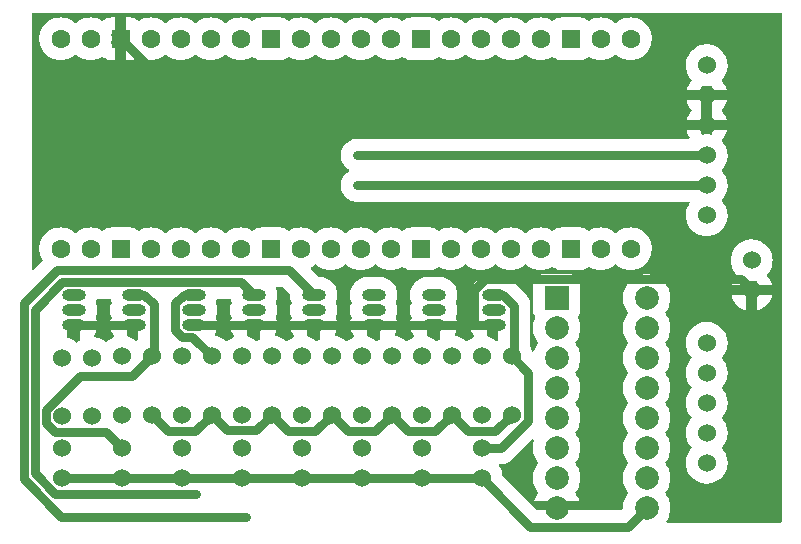
<source format=gtl>
G04 Layer: TopLayer*
G04 EasyEDA v6.5.23, 2023-09-09 00:44:15*
G04 de93c458165947d6a0ce1764d10cece9,10*
G04 Gerber Generator version 0.2*
G04 Scale: 100 percent, Rotated: No, Reflected: No *
G04 Dimensions in millimeters *
G04 leading zeros omitted , absolute positions ,4 integer and 5 decimal *
%FSLAX45Y45*%
%MOMM*%

%ADD10C,0.7620*%
%ADD11C,1.6000*%
%ADD12R,1.6000X1.6000*%
%ADD13O,1.9999959999999999X0.9999979999999999*%
%ADD14R,2.0000X2.0000*%
%ADD15C,2.0000*%
%ADD16C,1.5240*%
%ADD17C,0.6100*%
%ADD18C,0.0146*%

%LPD*%
G36*
X1013104Y7127290D02*
G01*
X1009294Y7127849D01*
X1005941Y7129830D01*
X998677Y7136231D01*
X983843Y7146747D01*
X967994Y7155738D01*
X951331Y7163003D01*
X941324Y7166203D01*
X937615Y7168337D01*
X935126Y7171740D01*
X934262Y7175906D01*
X934262Y7230719D01*
X935024Y7234580D01*
X937209Y7237882D01*
X940511Y7240117D01*
X944422Y7240879D01*
X1012698Y7240879D01*
X1016558Y7240117D01*
X1019860Y7237882D01*
X1022045Y7234580D01*
X1022858Y7230719D01*
X1022858Y7137450D01*
X1022096Y7133640D01*
X1020013Y7130389D01*
X1016863Y7128205D01*
G37*

%LPD*%
G36*
X4063085Y7125563D02*
G01*
X4059224Y7126122D01*
X4055922Y7128103D01*
X4046626Y7136231D01*
X4031843Y7146747D01*
X4015994Y7155738D01*
X3999331Y7163003D01*
X3989324Y7166203D01*
X3985615Y7168337D01*
X3983126Y7171740D01*
X3982262Y7175906D01*
X3982262Y7230719D01*
X3983024Y7234580D01*
X3985209Y7237882D01*
X3988511Y7240117D01*
X3992422Y7240879D01*
X4062628Y7240879D01*
X4066540Y7240117D01*
X4069791Y7237882D01*
X4072026Y7234580D01*
X4072788Y7230719D01*
X4072788Y7135723D01*
X4072077Y7131913D01*
X4069943Y7128662D01*
X4066794Y7126478D01*
G37*

%LPD*%
G36*
X2286000Y7124344D02*
G01*
X2282393Y7125004D01*
X2279294Y7126884D01*
X2268677Y7136231D01*
X2253843Y7146747D01*
X2237994Y7155738D01*
X2221331Y7163003D01*
X2204008Y7168540D01*
X2191766Y7171131D01*
X2188260Y7172553D01*
X2185517Y7175195D01*
X2183942Y7178598D01*
X2183739Y7182358D01*
X2184958Y7185964D01*
X2192172Y7199071D01*
X2198624Y7214666D01*
X2203297Y7230872D01*
X2203704Y7233056D01*
X2118004Y7233056D01*
X2114143Y7233818D01*
X2110841Y7236002D01*
X2108657Y7239304D01*
X2107844Y7243216D01*
X2108657Y7247077D01*
X2110841Y7250379D01*
X2114143Y7252563D01*
X2121916Y7255814D01*
X2136648Y7263942D01*
X2150414Y7273747D01*
X2163013Y7284974D01*
X2169617Y7292340D01*
X2173020Y7294829D01*
X2177186Y7295743D01*
X2203704Y7295743D01*
X2203297Y7297877D01*
X2198624Y7314082D01*
X2194560Y7323988D01*
X2193747Y7327900D01*
X2194560Y7331760D01*
X2198624Y7341666D01*
X2203297Y7357872D01*
X2206142Y7374534D01*
X2207107Y7391400D01*
X2206142Y7408214D01*
X2203297Y7424877D01*
X2198624Y7441082D01*
X2194560Y7450988D01*
X2193747Y7454900D01*
X2194560Y7458760D01*
X2198624Y7468666D01*
X2203297Y7484872D01*
X2206142Y7501534D01*
X2207107Y7518400D01*
X2206142Y7535214D01*
X2203297Y7551877D01*
X2198624Y7568082D01*
X2196287Y7573772D01*
X2195525Y7577683D01*
X2196287Y7581595D01*
X2198471Y7584846D01*
X2201773Y7587081D01*
X2205685Y7587843D01*
X2244902Y7587843D01*
X2248814Y7587081D01*
X2252065Y7584846D01*
X2311146Y7525816D01*
X2313228Y7522768D01*
X2314092Y7519212D01*
X2315057Y7501534D01*
X2317851Y7484872D01*
X2322525Y7468666D01*
X2326640Y7458760D01*
X2327402Y7454900D01*
X2326640Y7450988D01*
X2322525Y7441082D01*
X2317851Y7424877D01*
X2315057Y7408214D01*
X2314092Y7391400D01*
X2315057Y7374534D01*
X2317851Y7357872D01*
X2322525Y7341666D01*
X2326640Y7331760D01*
X2327402Y7327900D01*
X2326640Y7323988D01*
X2322525Y7314082D01*
X2317851Y7297877D01*
X2317496Y7295743D01*
X2344013Y7295743D01*
X2348179Y7294829D01*
X2351582Y7292340D01*
X2358186Y7284974D01*
X2370785Y7273747D01*
X2384552Y7263942D01*
X2399284Y7255814D01*
X2407056Y7252563D01*
X2410358Y7250379D01*
X2412542Y7247077D01*
X2413355Y7243216D01*
X2412542Y7239304D01*
X2410358Y7236002D01*
X2407056Y7233818D01*
X2403195Y7233056D01*
X2317496Y7233056D01*
X2317851Y7230872D01*
X2322525Y7214666D01*
X2329027Y7199071D01*
X2337155Y7184339D01*
X2344674Y7173722D01*
X2346401Y7169607D01*
X2346198Y7165136D01*
X2344064Y7161225D01*
X2340457Y7158532D01*
X2334006Y7155738D01*
X2318156Y7146747D01*
X2303322Y7136231D01*
X2292705Y7126884D01*
X2289556Y7125004D01*
G37*

%LPD*%
G36*
X1778000Y7124344D02*
G01*
X1774393Y7125004D01*
X1771294Y7126884D01*
X1760677Y7136231D01*
X1745843Y7146747D01*
X1729993Y7155738D01*
X1713331Y7163003D01*
X1696008Y7168540D01*
X1683766Y7171131D01*
X1680260Y7172553D01*
X1677517Y7175195D01*
X1675942Y7178598D01*
X1675739Y7182358D01*
X1676958Y7185964D01*
X1684172Y7199071D01*
X1690624Y7214666D01*
X1695297Y7230872D01*
X1695704Y7233056D01*
X1615846Y7233056D01*
X1611985Y7233818D01*
X1608683Y7236002D01*
X1606956Y7237730D01*
X1604772Y7241031D01*
X1604010Y7244892D01*
X1604772Y7248804D01*
X1606956Y7252106D01*
X1610258Y7254290D01*
X1613916Y7255814D01*
X1628648Y7263942D01*
X1642414Y7273747D01*
X1655013Y7284974D01*
X1661617Y7292340D01*
X1665020Y7294829D01*
X1669186Y7295743D01*
X1695704Y7295743D01*
X1695297Y7297877D01*
X1690624Y7314082D01*
X1686560Y7323988D01*
X1685747Y7327900D01*
X1686560Y7331760D01*
X1690624Y7341666D01*
X1695297Y7357872D01*
X1698142Y7374534D01*
X1699107Y7391400D01*
X1698142Y7408214D01*
X1695297Y7424877D01*
X1690624Y7441082D01*
X1686560Y7450988D01*
X1685747Y7454900D01*
X1686560Y7458760D01*
X1690624Y7468666D01*
X1693468Y7478522D01*
X1695551Y7482331D01*
X1699006Y7484922D01*
X1703222Y7485837D01*
X1801977Y7485837D01*
X1806193Y7484922D01*
X1809648Y7482331D01*
X1811731Y7478522D01*
X1814575Y7468666D01*
X1818639Y7458760D01*
X1819452Y7454900D01*
X1818639Y7450988D01*
X1814575Y7441082D01*
X1809902Y7424877D01*
X1807057Y7408214D01*
X1806092Y7391400D01*
X1807057Y7374534D01*
X1809902Y7357872D01*
X1814575Y7341666D01*
X1818639Y7331760D01*
X1819452Y7327900D01*
X1818639Y7323988D01*
X1814575Y7314082D01*
X1809902Y7297877D01*
X1809496Y7295743D01*
X1836013Y7295743D01*
X1840179Y7294829D01*
X1843582Y7292340D01*
X1850186Y7284974D01*
X1862785Y7273747D01*
X1876552Y7263942D01*
X1891284Y7255814D01*
X1899056Y7252563D01*
X1902358Y7250379D01*
X1904542Y7247077D01*
X1905355Y7243216D01*
X1904542Y7239304D01*
X1902358Y7236002D01*
X1899056Y7233818D01*
X1895195Y7233056D01*
X1809496Y7233056D01*
X1809902Y7230872D01*
X1814575Y7214666D01*
X1821027Y7199071D01*
X1829155Y7184339D01*
X1836674Y7173722D01*
X1838401Y7169607D01*
X1838198Y7165136D01*
X1836064Y7161225D01*
X1832457Y7158532D01*
X1826006Y7155738D01*
X1810156Y7146747D01*
X1795322Y7136231D01*
X1784705Y7126884D01*
X1781606Y7125004D01*
G37*

%LPD*%
G36*
X2540000Y7124344D02*
G01*
X2536393Y7125004D01*
X2533294Y7126884D01*
X2522677Y7136231D01*
X2507843Y7146747D01*
X2491994Y7155738D01*
X2475331Y7163003D01*
X2465324Y7166203D01*
X2461615Y7168337D01*
X2459126Y7171740D01*
X2458262Y7175906D01*
X2458262Y7230719D01*
X2459024Y7234580D01*
X2461209Y7237882D01*
X2464511Y7240117D01*
X2468422Y7240879D01*
X2560777Y7240879D01*
X2564688Y7240117D01*
X2567990Y7237882D01*
X2570175Y7234580D01*
X2570937Y7230719D01*
X2570937Y7151166D01*
X2570429Y7147966D01*
X2568956Y7145121D01*
X2566670Y7142886D01*
X2557322Y7136231D01*
X2546705Y7126884D01*
X2543556Y7125004D01*
G37*

%LPD*%
G36*
X3556000Y7124344D02*
G01*
X3552393Y7125004D01*
X3549294Y7126884D01*
X3538626Y7136231D01*
X3523843Y7146747D01*
X3507994Y7155738D01*
X3491331Y7163003D01*
X3481324Y7166203D01*
X3477615Y7168337D01*
X3475126Y7171740D01*
X3474262Y7175906D01*
X3474262Y7230719D01*
X3475024Y7234580D01*
X3477209Y7237882D01*
X3480511Y7240117D01*
X3484422Y7240879D01*
X3576777Y7240879D01*
X3580688Y7240117D01*
X3583990Y7237882D01*
X3586175Y7234580D01*
X3586937Y7230719D01*
X3586937Y7151166D01*
X3586429Y7147966D01*
X3584956Y7145121D01*
X3582670Y7142886D01*
X3573322Y7136231D01*
X3562705Y7126884D01*
X3559556Y7125004D01*
G37*

%LPD*%
G36*
X3048000Y7124344D02*
G01*
X3044393Y7125004D01*
X3041294Y7126884D01*
X3030677Y7136231D01*
X3015843Y7146747D01*
X2999994Y7155738D01*
X2983331Y7163003D01*
X2973324Y7166203D01*
X2969615Y7168337D01*
X2967126Y7171740D01*
X2966262Y7175906D01*
X2966262Y7230719D01*
X2967024Y7234580D01*
X2969209Y7237882D01*
X2972511Y7240117D01*
X2976422Y7240879D01*
X3068777Y7240879D01*
X3072688Y7240117D01*
X3075990Y7237882D01*
X3078175Y7234580D01*
X3078937Y7230719D01*
X3078937Y7151166D01*
X3078429Y7147966D01*
X3076956Y7145121D01*
X3074670Y7142886D01*
X3065322Y7136231D01*
X3054705Y7126884D01*
X3051556Y7125004D01*
G37*

%LPD*%
G36*
X2032000Y7124344D02*
G01*
X2028393Y7125004D01*
X2025294Y7126884D01*
X2014677Y7136231D01*
X1999843Y7146747D01*
X1983993Y7155738D01*
X1967331Y7163003D01*
X1957324Y7166203D01*
X1953615Y7168337D01*
X1951126Y7171740D01*
X1950262Y7175906D01*
X1950262Y7230719D01*
X1951024Y7234580D01*
X1953209Y7237882D01*
X1956511Y7240117D01*
X1960422Y7240879D01*
X2052777Y7240879D01*
X2056688Y7240117D01*
X2059990Y7237882D01*
X2062175Y7234580D01*
X2062937Y7230719D01*
X2062937Y7151166D01*
X2062429Y7147966D01*
X2060956Y7145121D01*
X2058670Y7142886D01*
X2049322Y7136231D01*
X2038705Y7126884D01*
X2035556Y7125004D01*
G37*

%LPD*%
G36*
X755700Y7117689D02*
G01*
X751840Y7118248D01*
X748436Y7120178D01*
X744677Y7123531D01*
X729843Y7134098D01*
X713994Y7143038D01*
X697331Y7150303D01*
X680008Y7155840D01*
X662178Y7159548D01*
X657148Y7160971D01*
X653999Y7163765D01*
X652272Y7167625D01*
X652221Y7171791D01*
X653897Y7175652D01*
X660044Y7184339D01*
X668172Y7199071D01*
X674624Y7214666D01*
X679297Y7230872D01*
X679704Y7233056D01*
X594004Y7233056D01*
X590143Y7233818D01*
X586841Y7236002D01*
X584657Y7239304D01*
X583844Y7243216D01*
X584657Y7247077D01*
X586841Y7250379D01*
X590143Y7252563D01*
X597916Y7255814D01*
X612648Y7263942D01*
X626414Y7273747D01*
X639013Y7284974D01*
X645617Y7292340D01*
X649020Y7294829D01*
X653186Y7295743D01*
X679704Y7295743D01*
X679297Y7297877D01*
X674624Y7314082D01*
X670560Y7323988D01*
X669747Y7327900D01*
X670560Y7331760D01*
X674624Y7341666D01*
X679297Y7357872D01*
X682142Y7374534D01*
X683107Y7391400D01*
X682142Y7408214D01*
X679297Y7424877D01*
X674624Y7441082D01*
X670560Y7450988D01*
X669747Y7454900D01*
X670560Y7458760D01*
X674624Y7468666D01*
X677468Y7478522D01*
X679551Y7482331D01*
X683006Y7484922D01*
X687222Y7485837D01*
X785977Y7485837D01*
X790194Y7484922D01*
X793648Y7482331D01*
X795731Y7478522D01*
X798576Y7468666D01*
X802640Y7458760D01*
X803452Y7454900D01*
X802640Y7450988D01*
X798576Y7441082D01*
X793902Y7424877D01*
X791057Y7408214D01*
X790092Y7391400D01*
X791057Y7374534D01*
X793902Y7357872D01*
X798576Y7341666D01*
X802640Y7331760D01*
X803452Y7327900D01*
X802640Y7323988D01*
X798576Y7314082D01*
X793902Y7297877D01*
X793496Y7295743D01*
X820013Y7295743D01*
X824179Y7294829D01*
X827582Y7292340D01*
X834186Y7284974D01*
X846785Y7273747D01*
X860552Y7263942D01*
X875284Y7255814D01*
X883056Y7252563D01*
X886358Y7250379D01*
X888542Y7247077D01*
X889355Y7243216D01*
X888542Y7239304D01*
X886358Y7236002D01*
X883056Y7233818D01*
X879195Y7233056D01*
X793496Y7233056D01*
X793902Y7230872D01*
X798576Y7214666D01*
X805027Y7199071D01*
X813155Y7184339D01*
X820674Y7173722D01*
X822401Y7169607D01*
X822198Y7165136D01*
X820064Y7161225D01*
X816457Y7158532D01*
X810006Y7155738D01*
X794156Y7146747D01*
X779322Y7136231D01*
X765657Y7124242D01*
X762609Y7120940D01*
X759460Y7118603D01*
G37*

%LPD*%
G36*
X508000Y7111644D02*
G01*
X504393Y7112304D01*
X501294Y7114184D01*
X490677Y7123531D01*
X475843Y7134098D01*
X459993Y7143038D01*
X443331Y7150303D01*
X433324Y7153503D01*
X429615Y7155637D01*
X427126Y7159040D01*
X426262Y7163206D01*
X426262Y7230719D01*
X427024Y7234580D01*
X429209Y7237882D01*
X432511Y7240117D01*
X436422Y7240879D01*
X528777Y7240879D01*
X532688Y7240117D01*
X535990Y7237882D01*
X538175Y7234580D01*
X538937Y7230719D01*
X538937Y7138466D01*
X538429Y7135266D01*
X536956Y7132421D01*
X534670Y7130186D01*
X525322Y7123531D01*
X514705Y7114184D01*
X511606Y7112304D01*
G37*

%LPD*%
G36*
X5509260Y5588000D02*
G01*
X5505094Y5588863D01*
X5501690Y5591403D01*
X5499608Y5595112D01*
X5499201Y5599328D01*
X5500573Y5603392D01*
X5510834Y5620461D01*
X5519216Y5638241D01*
X5525871Y5656783D01*
X5530646Y5675884D01*
X5533542Y5695340D01*
X5534507Y5715000D01*
X5533542Y5734659D01*
X5530646Y5754116D01*
X5525871Y5773166D01*
X5519216Y5791708D01*
X5510834Y5809488D01*
X5500674Y5826353D01*
X5493613Y5835954D01*
X5491835Y5839815D01*
X5491835Y5844133D01*
X5493613Y5848045D01*
X5500674Y5857595D01*
X5510834Y5874461D01*
X5519216Y5892241D01*
X5525871Y5910783D01*
X5530646Y5929884D01*
X5533542Y5949340D01*
X5534507Y5969000D01*
X5533542Y5988659D01*
X5530646Y6008116D01*
X5525871Y6027166D01*
X5519216Y6045708D01*
X5510834Y6063488D01*
X5500674Y6080353D01*
X5493613Y6089954D01*
X5491835Y6093815D01*
X5491835Y6098133D01*
X5493613Y6102045D01*
X5500674Y6111595D01*
X5510834Y6128461D01*
X5519216Y6146241D01*
X5525871Y6164783D01*
X5530646Y6183884D01*
X5533542Y6203340D01*
X5534507Y6223000D01*
X5533542Y6242659D01*
X5530646Y6262116D01*
X5525871Y6281166D01*
X5519216Y6299708D01*
X5510834Y6317488D01*
X5500674Y6334353D01*
X5493613Y6343954D01*
X5491835Y6347815D01*
X5491835Y6352133D01*
X5493613Y6356045D01*
X5500674Y6365595D01*
X5510834Y6382461D01*
X5519216Y6400241D01*
X5525871Y6418783D01*
X5530646Y6437884D01*
X5533542Y6457340D01*
X5534507Y6477000D01*
X5533542Y6496659D01*
X5530646Y6516116D01*
X5525871Y6535166D01*
X5519216Y6553708D01*
X5510834Y6571488D01*
X5500674Y6588353D01*
X5493613Y6597954D01*
X5491835Y6601815D01*
X5491835Y6606133D01*
X5493613Y6610045D01*
X5500674Y6619595D01*
X5510834Y6636461D01*
X5519216Y6654241D01*
X5525871Y6672783D01*
X5530646Y6691884D01*
X5533542Y6711340D01*
X5534507Y6731000D01*
X5533542Y6750659D01*
X5530646Y6770116D01*
X5525871Y6789166D01*
X5519216Y6807708D01*
X5510834Y6825488D01*
X5500674Y6842353D01*
X5493613Y6851954D01*
X5491835Y6855815D01*
X5491835Y6860133D01*
X5493613Y6864045D01*
X5500674Y6873595D01*
X5510834Y6890461D01*
X5519216Y6908241D01*
X5525871Y6926783D01*
X5530646Y6945884D01*
X5533542Y6965340D01*
X5534507Y6985000D01*
X5533542Y7004659D01*
X5530646Y7024116D01*
X5525871Y7043166D01*
X5519216Y7061708D01*
X5510834Y7079488D01*
X5500674Y7096353D01*
X5493613Y7105954D01*
X5491835Y7109815D01*
X5491835Y7114133D01*
X5493613Y7118045D01*
X5500674Y7127595D01*
X5510834Y7144461D01*
X5519216Y7162241D01*
X5525871Y7180783D01*
X5530646Y7199884D01*
X5533542Y7219340D01*
X5534507Y7239000D01*
X5533542Y7258659D01*
X5530646Y7278116D01*
X5525871Y7297166D01*
X5519216Y7315708D01*
X5510834Y7333488D01*
X5500674Y7350353D01*
X5493613Y7359954D01*
X5491835Y7363815D01*
X5491835Y7368133D01*
X5493613Y7372045D01*
X5500674Y7381595D01*
X5510834Y7398461D01*
X5519216Y7416241D01*
X5525871Y7434783D01*
X5530646Y7453884D01*
X5533542Y7473340D01*
X5534507Y7493000D01*
X5533542Y7512659D01*
X5530646Y7532116D01*
X5525871Y7551166D01*
X5519216Y7569708D01*
X5510834Y7587488D01*
X5500674Y7604353D01*
X5488990Y7620152D01*
X5475782Y7634731D01*
X5461203Y7647990D01*
X5445404Y7659674D01*
X5428488Y7669784D01*
X5410708Y7678216D01*
X5392216Y7684871D01*
X5373116Y7689646D01*
X5353659Y7692491D01*
X5334000Y7693456D01*
X5314340Y7692491D01*
X5294884Y7689646D01*
X5275783Y7684871D01*
X5257241Y7678216D01*
X5239461Y7669784D01*
X5222595Y7659674D01*
X5206796Y7647990D01*
X5192217Y7634731D01*
X5179009Y7620152D01*
X5167274Y7604353D01*
X5157165Y7587488D01*
X5148783Y7569708D01*
X5142128Y7551166D01*
X5137353Y7532116D01*
X5134457Y7512659D01*
X5133492Y7493000D01*
X5134457Y7473340D01*
X5137353Y7453884D01*
X5142128Y7434783D01*
X5148783Y7416241D01*
X5157165Y7398461D01*
X5167274Y7381595D01*
X5174386Y7372045D01*
X5176164Y7368133D01*
X5176164Y7363815D01*
X5174386Y7359954D01*
X5167274Y7350353D01*
X5157165Y7333488D01*
X5148783Y7315708D01*
X5142128Y7297166D01*
X5137353Y7278116D01*
X5134457Y7258659D01*
X5133492Y7239000D01*
X5134457Y7219340D01*
X5137353Y7199884D01*
X5142128Y7180783D01*
X5148783Y7162241D01*
X5157165Y7144461D01*
X5167274Y7127595D01*
X5174386Y7118045D01*
X5176164Y7114133D01*
X5176164Y7109815D01*
X5174386Y7105954D01*
X5167274Y7096353D01*
X5157165Y7079488D01*
X5148783Y7061708D01*
X5142128Y7043166D01*
X5137353Y7024116D01*
X5134457Y7004659D01*
X5133492Y6985000D01*
X5134457Y6965340D01*
X5137353Y6945884D01*
X5142128Y6926783D01*
X5148783Y6908241D01*
X5157165Y6890461D01*
X5167274Y6873595D01*
X5174386Y6864045D01*
X5176164Y6860133D01*
X5176164Y6855815D01*
X5174386Y6851954D01*
X5167274Y6842353D01*
X5157165Y6825488D01*
X5148783Y6807708D01*
X5142128Y6789166D01*
X5137353Y6770116D01*
X5134457Y6750659D01*
X5133492Y6731000D01*
X5134457Y6711340D01*
X5137353Y6691884D01*
X5142128Y6672783D01*
X5148783Y6654241D01*
X5157165Y6636461D01*
X5167274Y6619595D01*
X5174386Y6610045D01*
X5176164Y6606133D01*
X5176164Y6601815D01*
X5174386Y6597954D01*
X5167274Y6588353D01*
X5157165Y6571488D01*
X5148783Y6553708D01*
X5142128Y6535166D01*
X5137353Y6516116D01*
X5134457Y6496659D01*
X5133492Y6477000D01*
X5134457Y6457340D01*
X5137353Y6437884D01*
X5142128Y6418783D01*
X5148783Y6400241D01*
X5157165Y6382461D01*
X5167274Y6365595D01*
X5174386Y6356045D01*
X5176164Y6352133D01*
X5176164Y6347815D01*
X5174386Y6343954D01*
X5167274Y6334353D01*
X5157165Y6317488D01*
X5148783Y6299708D01*
X5142128Y6281166D01*
X5137353Y6262116D01*
X5134457Y6242659D01*
X5133492Y6223000D01*
X5134457Y6203340D01*
X5137353Y6183884D01*
X5142128Y6164783D01*
X5148783Y6146241D01*
X5157165Y6128461D01*
X5167274Y6111595D01*
X5174386Y6102045D01*
X5176164Y6098133D01*
X5176164Y6093815D01*
X5174386Y6089954D01*
X5167274Y6080353D01*
X5157165Y6063488D01*
X5148783Y6045708D01*
X5142128Y6027166D01*
X5137353Y6008116D01*
X5134457Y5988659D01*
X5133492Y5969000D01*
X5134457Y5949340D01*
X5137353Y5929884D01*
X5142128Y5910783D01*
X5148783Y5892241D01*
X5157165Y5874461D01*
X5167274Y5857595D01*
X5174386Y5848045D01*
X5176164Y5844133D01*
X5176164Y5839815D01*
X5174386Y5835954D01*
X5167274Y5826353D01*
X5157165Y5809488D01*
X5148783Y5791708D01*
X5142128Y5773166D01*
X5137353Y5754116D01*
X5134457Y5734659D01*
X5133492Y5714238D01*
X5132628Y5710580D01*
X5130546Y5707532D01*
X5120487Y5697474D01*
X5117185Y5695289D01*
X5113274Y5694476D01*
X4411726Y5694476D01*
X4407814Y5695289D01*
X4404563Y5697474D01*
X4114698Y5987338D01*
X4112818Y5989878D01*
X4111853Y5992926D01*
X4109974Y6005118D01*
X4105300Y6022746D01*
X4098899Y6039764D01*
X4090771Y6056020D01*
X4082643Y6068771D01*
X4081170Y6072835D01*
X4081475Y6077102D01*
X4083558Y6080912D01*
X4087012Y6083503D01*
X4091228Y6084366D01*
X4098950Y6084366D01*
X4111396Y6084925D01*
X4115104Y6085332D01*
X4127347Y6087313D01*
X4131005Y6088075D01*
X4142892Y6091478D01*
X4146448Y6092698D01*
X4157878Y6097422D01*
X4161231Y6099048D01*
X4172051Y6105093D01*
X4175201Y6107125D01*
X4185259Y6114389D01*
X4188155Y6116726D01*
X4197350Y6125159D01*
X4363110Y6290919D01*
X4366768Y6293256D01*
X4371136Y6293866D01*
X4375302Y6292545D01*
X4378553Y6289649D01*
X4380280Y6285636D01*
X4380128Y6281267D01*
X4375353Y6262116D01*
X4372457Y6242659D01*
X4371492Y6223000D01*
X4372457Y6203340D01*
X4375353Y6183884D01*
X4380128Y6164783D01*
X4386783Y6146241D01*
X4395165Y6128461D01*
X4405274Y6111595D01*
X4412386Y6102045D01*
X4414164Y6098133D01*
X4414164Y6093815D01*
X4412386Y6089954D01*
X4405274Y6080353D01*
X4395165Y6063488D01*
X4386783Y6045708D01*
X4380128Y6027166D01*
X4375353Y6008116D01*
X4372457Y5988659D01*
X4371492Y5969000D01*
X4372457Y5949340D01*
X4375353Y5929884D01*
X4380128Y5910783D01*
X4386783Y5892241D01*
X4395165Y5874461D01*
X4405274Y5857595D01*
X4412386Y5848045D01*
X4414164Y5844133D01*
X4414164Y5839815D01*
X4412386Y5835954D01*
X4405274Y5826353D01*
X4395165Y5809488D01*
X4386783Y5791708D01*
X4380128Y5773166D01*
X4379671Y5771337D01*
X4519168Y5771337D01*
X4521911Y5773013D01*
X4525060Y5773775D01*
X4528261Y5773470D01*
X4532884Y5772353D01*
X4552340Y5769457D01*
X4572000Y5768492D01*
X4591659Y5769457D01*
X4611116Y5772353D01*
X4615738Y5773470D01*
X4618939Y5773775D01*
X4622088Y5773013D01*
X4624832Y5771337D01*
X4764328Y5771337D01*
X4763871Y5773166D01*
X4757216Y5791708D01*
X4748834Y5809488D01*
X4738674Y5826353D01*
X4731613Y5835954D01*
X4729835Y5839815D01*
X4729835Y5844133D01*
X4731613Y5848045D01*
X4738674Y5857595D01*
X4748834Y5874461D01*
X4757216Y5892241D01*
X4763871Y5910783D01*
X4768646Y5929884D01*
X4771542Y5949340D01*
X4772507Y5969000D01*
X4771542Y5988659D01*
X4768646Y6008116D01*
X4763871Y6027166D01*
X4757216Y6045708D01*
X4748834Y6063488D01*
X4738674Y6080353D01*
X4731613Y6089954D01*
X4729835Y6093815D01*
X4729835Y6098133D01*
X4731613Y6102045D01*
X4738674Y6111595D01*
X4748834Y6128461D01*
X4757216Y6146241D01*
X4763871Y6164783D01*
X4768646Y6183884D01*
X4771542Y6203340D01*
X4772507Y6223000D01*
X4771542Y6242659D01*
X4768646Y6262116D01*
X4763871Y6281166D01*
X4757216Y6299708D01*
X4748834Y6317488D01*
X4738674Y6334353D01*
X4731613Y6343954D01*
X4729835Y6347815D01*
X4729835Y6352133D01*
X4731613Y6356045D01*
X4738674Y6365595D01*
X4748834Y6382461D01*
X4757216Y6400241D01*
X4763871Y6418783D01*
X4768646Y6437884D01*
X4771542Y6457340D01*
X4772507Y6477000D01*
X4771542Y6496659D01*
X4768646Y6516116D01*
X4763871Y6535166D01*
X4757216Y6553708D01*
X4748834Y6571488D01*
X4738674Y6588353D01*
X4731613Y6597954D01*
X4729835Y6601815D01*
X4729835Y6606133D01*
X4731613Y6610045D01*
X4738674Y6619595D01*
X4748834Y6636461D01*
X4757216Y6654241D01*
X4763871Y6672783D01*
X4768646Y6691884D01*
X4771542Y6711340D01*
X4772507Y6731000D01*
X4771542Y6750659D01*
X4768646Y6770116D01*
X4763871Y6789166D01*
X4757216Y6807708D01*
X4748834Y6825488D01*
X4738674Y6842353D01*
X4731613Y6851954D01*
X4729835Y6855815D01*
X4729835Y6860133D01*
X4731613Y6864045D01*
X4738674Y6873595D01*
X4748834Y6890461D01*
X4757216Y6908241D01*
X4763871Y6926783D01*
X4768646Y6945884D01*
X4771542Y6965340D01*
X4772507Y6985000D01*
X4771542Y7004659D01*
X4768646Y7024116D01*
X4763871Y7043166D01*
X4757216Y7061708D01*
X4748834Y7079488D01*
X4738674Y7096353D01*
X4731613Y7105954D01*
X4729835Y7109815D01*
X4729835Y7114133D01*
X4731613Y7118045D01*
X4738674Y7127595D01*
X4748834Y7144461D01*
X4757216Y7162241D01*
X4763871Y7180783D01*
X4768646Y7199884D01*
X4771542Y7219340D01*
X4772507Y7239000D01*
X4771542Y7258659D01*
X4768646Y7278116D01*
X4763871Y7297166D01*
X4757216Y7315708D01*
X4752949Y7324750D01*
X4752035Y7328103D01*
X4752289Y7331557D01*
X4753660Y7334758D01*
X4758994Y7342733D01*
X4764836Y7354519D01*
X4769053Y7366965D01*
X4771644Y7379868D01*
X4772507Y7393330D01*
X4772507Y7592669D01*
X4771644Y7606080D01*
X4769053Y7618984D01*
X4764836Y7631430D01*
X4758994Y7643215D01*
X4751730Y7654137D01*
X4743043Y7664043D01*
X4733188Y7672730D01*
X4722215Y7679994D01*
X4710430Y7685836D01*
X4697984Y7690053D01*
X4685131Y7692593D01*
X4671669Y7693507D01*
X4472330Y7693507D01*
X4458868Y7692593D01*
X4445965Y7690053D01*
X4433519Y7685836D01*
X4421733Y7679994D01*
X4410811Y7672730D01*
X4400956Y7664043D01*
X4392269Y7654137D01*
X4384954Y7643215D01*
X4379163Y7631430D01*
X4374946Y7618984D01*
X4372356Y7606080D01*
X4371492Y7592669D01*
X4371492Y7393330D01*
X4372356Y7379868D01*
X4374946Y7366965D01*
X4379163Y7354519D01*
X4384954Y7342733D01*
X4390288Y7334758D01*
X4391710Y7331557D01*
X4391964Y7328103D01*
X4391050Y7324750D01*
X4386783Y7315708D01*
X4380128Y7297166D01*
X4375353Y7278116D01*
X4372457Y7258659D01*
X4371492Y7239000D01*
X4372457Y7219340D01*
X4375353Y7199884D01*
X4380128Y7180783D01*
X4386783Y7162241D01*
X4395165Y7144461D01*
X4405274Y7127595D01*
X4412386Y7118045D01*
X4414164Y7114133D01*
X4414164Y7109815D01*
X4412386Y7105954D01*
X4405274Y7096353D01*
X4395165Y7079488D01*
X4386783Y7061708D01*
X4380484Y7044232D01*
X4378248Y7040575D01*
X4374642Y7038187D01*
X4370374Y7037527D01*
X4366209Y7038695D01*
X4362907Y7041438D01*
X4361078Y7045350D01*
X4354677Y7064248D01*
X4350969Y7072172D01*
X4350004Y7076490D01*
X4350004Y7425080D01*
X4349445Y7437526D01*
X4349089Y7441234D01*
X4347108Y7453477D01*
X4346295Y7457135D01*
X4342942Y7469022D01*
X4341672Y7472578D01*
X4336948Y7484008D01*
X4335322Y7487361D01*
X4329277Y7498181D01*
X4327296Y7501331D01*
X4320032Y7511389D01*
X4317644Y7514285D01*
X4309262Y7523480D01*
X4216501Y7616240D01*
X4207306Y7624622D01*
X4204411Y7627010D01*
X4194352Y7634274D01*
X4191203Y7636256D01*
X4180382Y7642301D01*
X4177029Y7643926D01*
X4165650Y7648651D01*
X4159453Y7650886D01*
X4153865Y7653985D01*
X4138320Y7660436D01*
X4122064Y7665110D01*
X4105452Y7667955D01*
X4088282Y7668869D01*
X3988866Y7668869D01*
X3971747Y7667955D01*
X3955084Y7665110D01*
X3938879Y7660436D01*
X3923284Y7653985D01*
X3908501Y7645806D01*
X3894785Y7636052D01*
X3882186Y7624775D01*
X3870909Y7612227D01*
X3861155Y7598460D01*
X3853027Y7583678D01*
X3846525Y7568082D01*
X3841851Y7551877D01*
X3839057Y7535214D01*
X3838092Y7518400D01*
X3839057Y7501534D01*
X3841851Y7484872D01*
X3846525Y7468666D01*
X3850640Y7458760D01*
X3851401Y7454900D01*
X3850640Y7450988D01*
X3846525Y7441082D01*
X3841851Y7424877D01*
X3839057Y7408214D01*
X3838092Y7391400D01*
X3839057Y7374534D01*
X3841851Y7357872D01*
X3846525Y7341666D01*
X3850640Y7331760D01*
X3851401Y7327900D01*
X3850640Y7323988D01*
X3846525Y7314082D01*
X3841851Y7297877D01*
X3841496Y7295743D01*
X3868013Y7295743D01*
X3872179Y7294829D01*
X3875582Y7292340D01*
X3882186Y7284974D01*
X3894785Y7273747D01*
X3908501Y7263942D01*
X3923284Y7255814D01*
X3931056Y7252563D01*
X3934358Y7250379D01*
X3936542Y7247077D01*
X3937355Y7243216D01*
X3936542Y7239304D01*
X3934358Y7236002D01*
X3931056Y7233818D01*
X3927195Y7233056D01*
X3841496Y7233056D01*
X3841851Y7230872D01*
X3846525Y7214666D01*
X3853027Y7199071D01*
X3861155Y7184339D01*
X3868674Y7173722D01*
X3870401Y7169607D01*
X3870198Y7165136D01*
X3868064Y7161225D01*
X3864457Y7158532D01*
X3858006Y7155738D01*
X3842156Y7146747D01*
X3827322Y7136231D01*
X3816705Y7126884D01*
X3813556Y7125004D01*
X3810000Y7124344D01*
X3806393Y7125004D01*
X3803294Y7126884D01*
X3792626Y7136231D01*
X3777843Y7146747D01*
X3761994Y7155738D01*
X3745331Y7163003D01*
X3728008Y7168540D01*
X3715765Y7171131D01*
X3712260Y7172553D01*
X3709517Y7175195D01*
X3707942Y7178598D01*
X3707739Y7182358D01*
X3708908Y7185964D01*
X3716172Y7199071D01*
X3722624Y7214666D01*
X3727297Y7230872D01*
X3727653Y7233056D01*
X3642004Y7233056D01*
X3638143Y7233818D01*
X3634841Y7236002D01*
X3632606Y7239304D01*
X3631844Y7243216D01*
X3632606Y7247077D01*
X3634841Y7250379D01*
X3638143Y7252563D01*
X3645865Y7255814D01*
X3660648Y7263942D01*
X3674414Y7273747D01*
X3687013Y7284974D01*
X3693617Y7292340D01*
X3697020Y7294829D01*
X3701186Y7295743D01*
X3727653Y7295743D01*
X3727297Y7297877D01*
X3722624Y7314082D01*
X3718560Y7323988D01*
X3717747Y7327900D01*
X3718560Y7331760D01*
X3722624Y7341666D01*
X3727297Y7357872D01*
X3730142Y7374534D01*
X3731107Y7391400D01*
X3730142Y7408214D01*
X3727297Y7424877D01*
X3722624Y7441082D01*
X3718560Y7450988D01*
X3717747Y7454900D01*
X3718560Y7458760D01*
X3722624Y7468666D01*
X3727297Y7484872D01*
X3730142Y7501534D01*
X3731107Y7518400D01*
X3730142Y7535214D01*
X3727297Y7551877D01*
X3722624Y7568082D01*
X3716172Y7583678D01*
X3707993Y7598460D01*
X3698240Y7612227D01*
X3687013Y7624775D01*
X3674414Y7636052D01*
X3660648Y7645806D01*
X3645865Y7653985D01*
X3630320Y7660436D01*
X3614064Y7665110D01*
X3597452Y7667955D01*
X3580282Y7668869D01*
X3480866Y7668869D01*
X3463747Y7667955D01*
X3447084Y7665110D01*
X3430879Y7660436D01*
X3415284Y7653985D01*
X3400501Y7645806D01*
X3386785Y7636052D01*
X3374186Y7624775D01*
X3362909Y7612227D01*
X3353155Y7598460D01*
X3345027Y7583678D01*
X3338525Y7568082D01*
X3333851Y7551877D01*
X3331057Y7535214D01*
X3330092Y7518400D01*
X3331057Y7501534D01*
X3333851Y7484872D01*
X3338525Y7468666D01*
X3342640Y7458760D01*
X3343401Y7454900D01*
X3342640Y7450988D01*
X3338525Y7441082D01*
X3333851Y7424877D01*
X3331057Y7408214D01*
X3330092Y7391400D01*
X3331057Y7374534D01*
X3333851Y7357872D01*
X3338525Y7341666D01*
X3342640Y7331760D01*
X3343401Y7327900D01*
X3342640Y7323988D01*
X3338525Y7314082D01*
X3333851Y7297877D01*
X3333496Y7295743D01*
X3360013Y7295743D01*
X3364179Y7294829D01*
X3367582Y7292340D01*
X3374186Y7284974D01*
X3386785Y7273747D01*
X3400501Y7263942D01*
X3415284Y7255814D01*
X3423056Y7252563D01*
X3426358Y7250379D01*
X3428542Y7247077D01*
X3429355Y7243216D01*
X3428542Y7239304D01*
X3426358Y7236002D01*
X3423056Y7233818D01*
X3419195Y7233056D01*
X3333496Y7233056D01*
X3333851Y7230872D01*
X3338525Y7214666D01*
X3345027Y7199071D01*
X3353155Y7184339D01*
X3360674Y7173722D01*
X3362401Y7169607D01*
X3362198Y7165136D01*
X3360064Y7161225D01*
X3356457Y7158532D01*
X3350006Y7155738D01*
X3334156Y7146747D01*
X3319322Y7136231D01*
X3308705Y7126884D01*
X3305556Y7125004D01*
X3302000Y7124344D01*
X3298393Y7125004D01*
X3295294Y7126884D01*
X3284677Y7136231D01*
X3269843Y7146747D01*
X3253994Y7155738D01*
X3237331Y7163003D01*
X3220008Y7168540D01*
X3207766Y7171131D01*
X3204260Y7172553D01*
X3201517Y7175195D01*
X3199942Y7178598D01*
X3199739Y7182358D01*
X3200908Y7185964D01*
X3208172Y7199071D01*
X3214624Y7214666D01*
X3219297Y7230872D01*
X3219653Y7233056D01*
X3134004Y7233056D01*
X3130143Y7233818D01*
X3126841Y7236002D01*
X3124606Y7239304D01*
X3123844Y7243216D01*
X3124606Y7247077D01*
X3126841Y7250379D01*
X3130143Y7252563D01*
X3137865Y7255814D01*
X3152648Y7263942D01*
X3166414Y7273747D01*
X3179013Y7284974D01*
X3185617Y7292340D01*
X3189020Y7294829D01*
X3193186Y7295743D01*
X3219653Y7295743D01*
X3219297Y7297877D01*
X3214624Y7314082D01*
X3210560Y7323988D01*
X3209747Y7327900D01*
X3210560Y7331760D01*
X3214624Y7341666D01*
X3219297Y7357872D01*
X3222142Y7374534D01*
X3223107Y7391400D01*
X3222142Y7408214D01*
X3219297Y7424877D01*
X3214624Y7441082D01*
X3210560Y7450988D01*
X3209747Y7454900D01*
X3210560Y7458760D01*
X3214624Y7468666D01*
X3219297Y7484872D01*
X3222142Y7501534D01*
X3223107Y7518400D01*
X3222142Y7535214D01*
X3219297Y7551877D01*
X3214624Y7568082D01*
X3208172Y7583678D01*
X3200044Y7598460D01*
X3190240Y7612227D01*
X3179013Y7624775D01*
X3166414Y7636052D01*
X3152648Y7645806D01*
X3137865Y7653985D01*
X3122320Y7660436D01*
X3106064Y7665110D01*
X3089452Y7667955D01*
X3072333Y7668869D01*
X2972866Y7668869D01*
X2955747Y7667955D01*
X2939084Y7665110D01*
X2922879Y7660436D01*
X2907284Y7653985D01*
X2892552Y7645806D01*
X2878785Y7636052D01*
X2866186Y7624775D01*
X2854960Y7612227D01*
X2845155Y7598460D01*
X2837027Y7583678D01*
X2830525Y7568082D01*
X2825851Y7551877D01*
X2823057Y7535214D01*
X2822092Y7518400D01*
X2823057Y7501534D01*
X2825851Y7484872D01*
X2830525Y7468666D01*
X2834640Y7458760D01*
X2835402Y7454900D01*
X2834640Y7450988D01*
X2830525Y7441082D01*
X2825851Y7424877D01*
X2823057Y7408214D01*
X2822092Y7391400D01*
X2823057Y7374534D01*
X2825851Y7357872D01*
X2830525Y7341666D01*
X2834640Y7331760D01*
X2835402Y7327900D01*
X2834640Y7323988D01*
X2830525Y7314082D01*
X2825851Y7297877D01*
X2825496Y7295743D01*
X2852013Y7295743D01*
X2856179Y7294829D01*
X2859582Y7292340D01*
X2866186Y7284974D01*
X2878785Y7273747D01*
X2892552Y7263942D01*
X2907284Y7255814D01*
X2915056Y7252563D01*
X2918358Y7250379D01*
X2920542Y7247077D01*
X2921355Y7243216D01*
X2920542Y7239304D01*
X2918358Y7236002D01*
X2915056Y7233818D01*
X2911195Y7233056D01*
X2825496Y7233056D01*
X2825851Y7230872D01*
X2830525Y7214666D01*
X2837027Y7199071D01*
X2845155Y7184339D01*
X2852674Y7173722D01*
X2854401Y7169607D01*
X2854198Y7165136D01*
X2852064Y7161225D01*
X2848457Y7158532D01*
X2842006Y7155738D01*
X2826156Y7146747D01*
X2811322Y7136231D01*
X2800705Y7126884D01*
X2797556Y7125004D01*
X2794000Y7124344D01*
X2790393Y7125004D01*
X2787294Y7126884D01*
X2776677Y7136231D01*
X2761843Y7146747D01*
X2745994Y7155738D01*
X2729331Y7163003D01*
X2712008Y7168540D01*
X2699766Y7171131D01*
X2696260Y7172553D01*
X2693517Y7175195D01*
X2691942Y7178598D01*
X2691739Y7182358D01*
X2692908Y7185964D01*
X2700172Y7199071D01*
X2706624Y7214666D01*
X2711297Y7230872D01*
X2711653Y7233056D01*
X2626004Y7233056D01*
X2622143Y7233818D01*
X2618841Y7236002D01*
X2616606Y7239304D01*
X2615844Y7243216D01*
X2616606Y7247077D01*
X2618841Y7250379D01*
X2622143Y7252563D01*
X2629865Y7255814D01*
X2644648Y7263942D01*
X2658414Y7273747D01*
X2671013Y7284974D01*
X2677617Y7292340D01*
X2681020Y7294829D01*
X2685186Y7295743D01*
X2711653Y7295743D01*
X2711297Y7297877D01*
X2706624Y7314082D01*
X2702560Y7323988D01*
X2701747Y7327900D01*
X2702560Y7331760D01*
X2706624Y7341666D01*
X2711297Y7357872D01*
X2714142Y7374534D01*
X2715107Y7391400D01*
X2714142Y7408214D01*
X2711297Y7424877D01*
X2706624Y7441082D01*
X2702560Y7450988D01*
X2701747Y7454900D01*
X2702560Y7458760D01*
X2706624Y7468666D01*
X2711297Y7484872D01*
X2714142Y7501534D01*
X2715107Y7518400D01*
X2714142Y7535214D01*
X2711297Y7551877D01*
X2706624Y7568082D01*
X2700172Y7583678D01*
X2692044Y7598460D01*
X2682240Y7612227D01*
X2671013Y7624775D01*
X2658414Y7636052D01*
X2644648Y7645806D01*
X2629865Y7653985D01*
X2614320Y7660436D01*
X2598064Y7665110D01*
X2581452Y7667904D01*
X2563774Y7668920D01*
X2560167Y7669784D01*
X2557119Y7671866D01*
X2492349Y7736636D01*
X2490266Y7739735D01*
X2489403Y7743342D01*
X2489911Y7747000D01*
X2491689Y7750251D01*
X2494534Y7752689D01*
X2499868Y7755686D01*
X2515006Y7766456D01*
X2523286Y7773720D01*
X2526436Y7775600D01*
X2529992Y7776260D01*
X2533599Y7775600D01*
X2536698Y7773720D01*
X2544978Y7766456D01*
X2560116Y7755686D01*
X2576322Y7746542D01*
X2593340Y7739075D01*
X2611018Y7733436D01*
X2629204Y7729626D01*
X2647696Y7727746D01*
X2666288Y7727746D01*
X2684780Y7729626D01*
X2702966Y7733436D01*
X2720644Y7739075D01*
X2737713Y7746542D01*
X2753868Y7755686D01*
X2769006Y7766456D01*
X2777286Y7773720D01*
X2780436Y7775600D01*
X2783992Y7776260D01*
X2787599Y7775600D01*
X2790698Y7773720D01*
X2798978Y7766456D01*
X2814116Y7755686D01*
X2830322Y7746542D01*
X2847340Y7739075D01*
X2865018Y7733436D01*
X2883204Y7729626D01*
X2901696Y7727746D01*
X2920288Y7727746D01*
X2938780Y7729626D01*
X2956966Y7733436D01*
X2974644Y7739075D01*
X2991713Y7746542D01*
X3007868Y7755686D01*
X3023006Y7766456D01*
X3031286Y7773720D01*
X3034385Y7775600D01*
X3037992Y7776260D01*
X3041599Y7775600D01*
X3044698Y7773720D01*
X3052978Y7766456D01*
X3068116Y7755686D01*
X3084271Y7746542D01*
X3101340Y7739075D01*
X3119018Y7733436D01*
X3137204Y7729626D01*
X3155696Y7727746D01*
X3174288Y7727746D01*
X3192780Y7729626D01*
X3210966Y7733436D01*
X3228644Y7739075D01*
X3245713Y7746542D01*
X3260140Y7754721D01*
X3264103Y7755991D01*
X3268217Y7755534D01*
X3271824Y7753502D01*
X3277819Y7748270D01*
X3288741Y7740954D01*
X3300526Y7735163D01*
X3312972Y7730947D01*
X3325876Y7728356D01*
X3339337Y7727492D01*
X3498646Y7727492D01*
X3512108Y7728356D01*
X3525012Y7730947D01*
X3537458Y7735163D01*
X3549243Y7740954D01*
X3560165Y7748270D01*
X3566160Y7753502D01*
X3569766Y7755534D01*
X3573881Y7755991D01*
X3577844Y7754721D01*
X3592271Y7746542D01*
X3609340Y7739075D01*
X3627018Y7733436D01*
X3645204Y7729626D01*
X3663696Y7727746D01*
X3682288Y7727746D01*
X3700779Y7729626D01*
X3718966Y7733436D01*
X3736644Y7739075D01*
X3753713Y7746542D01*
X3769868Y7755686D01*
X3785006Y7766456D01*
X3793286Y7773720D01*
X3796385Y7775600D01*
X3799992Y7776260D01*
X3803599Y7775600D01*
X3806698Y7773720D01*
X3814978Y7766456D01*
X3830116Y7755686D01*
X3846271Y7746542D01*
X3863340Y7739075D01*
X3881018Y7733436D01*
X3899204Y7729626D01*
X3917696Y7727746D01*
X3936288Y7727746D01*
X3954779Y7729626D01*
X3972966Y7733436D01*
X3990644Y7739075D01*
X4007713Y7746542D01*
X4023868Y7755686D01*
X4039006Y7766456D01*
X4047286Y7773720D01*
X4050385Y7775600D01*
X4053992Y7776260D01*
X4057599Y7775600D01*
X4060698Y7773720D01*
X4068978Y7766456D01*
X4084116Y7755686D01*
X4100271Y7746542D01*
X4117340Y7739075D01*
X4135018Y7733436D01*
X4153204Y7729626D01*
X4171696Y7727746D01*
X4190288Y7727746D01*
X4208780Y7729626D01*
X4226966Y7733436D01*
X4244644Y7739075D01*
X4261713Y7746542D01*
X4277868Y7755686D01*
X4293006Y7766456D01*
X4301286Y7773720D01*
X4304385Y7775600D01*
X4307992Y7776260D01*
X4311599Y7775600D01*
X4314698Y7773720D01*
X4322978Y7766456D01*
X4338116Y7755686D01*
X4354271Y7746542D01*
X4371340Y7739075D01*
X4389018Y7733436D01*
X4407204Y7729626D01*
X4425696Y7727746D01*
X4444288Y7727746D01*
X4462780Y7729626D01*
X4480966Y7733436D01*
X4498644Y7739075D01*
X4515662Y7746542D01*
X4530140Y7754721D01*
X4534103Y7755991D01*
X4538218Y7755534D01*
X4541824Y7753502D01*
X4547819Y7748270D01*
X4558741Y7740954D01*
X4570526Y7735163D01*
X4582972Y7730947D01*
X4595876Y7728356D01*
X4609338Y7727492D01*
X4768646Y7727492D01*
X4782108Y7728356D01*
X4795012Y7730947D01*
X4807458Y7735163D01*
X4819243Y7740954D01*
X4830165Y7748270D01*
X4836160Y7753502D01*
X4839766Y7755534D01*
X4843881Y7755991D01*
X4847844Y7754721D01*
X4862271Y7746542D01*
X4879340Y7739075D01*
X4897018Y7733436D01*
X4915204Y7729626D01*
X4933696Y7727746D01*
X4952288Y7727746D01*
X4970780Y7729626D01*
X4988966Y7733436D01*
X5006644Y7739075D01*
X5023713Y7746542D01*
X5039868Y7755686D01*
X5055006Y7766456D01*
X5063286Y7773720D01*
X5066385Y7775600D01*
X5069992Y7776260D01*
X5073599Y7775600D01*
X5076698Y7773720D01*
X5084978Y7766456D01*
X5100116Y7755686D01*
X5116271Y7746542D01*
X5133340Y7739075D01*
X5151018Y7733436D01*
X5169204Y7729626D01*
X5187696Y7727746D01*
X5206288Y7727746D01*
X5224780Y7729626D01*
X5242966Y7733436D01*
X5260644Y7739075D01*
X5277662Y7746542D01*
X5293868Y7755686D01*
X5309006Y7766456D01*
X5322976Y7778699D01*
X5335574Y7792364D01*
X5346750Y7807248D01*
X5356301Y7823149D01*
X5364175Y7839964D01*
X5370271Y7857540D01*
X5374538Y7875625D01*
X5376926Y7894066D01*
X5377434Y7912608D01*
X5376011Y7931150D01*
X5372658Y7949438D01*
X5367477Y7967268D01*
X5360466Y7984490D01*
X5351729Y8000898D01*
X5341366Y8016341D01*
X5329428Y8030565D01*
X5316118Y8043570D01*
X5301589Y8055102D01*
X5285892Y8065058D01*
X5269280Y8073390D01*
X5251856Y8079943D01*
X5233924Y8084667D01*
X5215534Y8087512D01*
X5196992Y8088477D01*
X5178450Y8087512D01*
X5160060Y8084667D01*
X5142077Y8079943D01*
X5124704Y8073390D01*
X5108092Y8065058D01*
X5092395Y8055102D01*
X5077815Y8043570D01*
X5073802Y8040674D01*
X5069992Y8039963D01*
X5066182Y8040674D01*
X5062169Y8043570D01*
X5047589Y8055102D01*
X5031892Y8065058D01*
X5015280Y8073390D01*
X4997907Y8079943D01*
X4979924Y8084667D01*
X4961534Y8087512D01*
X4942992Y8088477D01*
X4924450Y8087512D01*
X4906060Y8084667D01*
X4888077Y8079943D01*
X4870704Y8073390D01*
X4854092Y8065058D01*
X4848402Y8061452D01*
X4844338Y8059928D01*
X4840020Y8060283D01*
X4836261Y8062366D01*
X4830165Y8067700D01*
X4819243Y8075015D01*
X4807458Y8080806D01*
X4795012Y8085023D01*
X4782108Y8087614D01*
X4768646Y8088477D01*
X4609338Y8088477D01*
X4595876Y8087614D01*
X4582972Y8085023D01*
X4570526Y8080806D01*
X4558741Y8075015D01*
X4547819Y8067700D01*
X4541723Y8062366D01*
X4537964Y8060283D01*
X4533646Y8059928D01*
X4529582Y8061452D01*
X4523892Y8065058D01*
X4507280Y8073390D01*
X4489856Y8079943D01*
X4471924Y8084667D01*
X4453534Y8087512D01*
X4434992Y8088477D01*
X4416450Y8087512D01*
X4398060Y8084667D01*
X4380077Y8079943D01*
X4362704Y8073390D01*
X4346092Y8065058D01*
X4330395Y8055102D01*
X4315815Y8043570D01*
X4311802Y8040674D01*
X4307992Y8039963D01*
X4304182Y8040674D01*
X4300169Y8043570D01*
X4285589Y8055102D01*
X4269892Y8065058D01*
X4253280Y8073390D01*
X4235907Y8079943D01*
X4217924Y8084667D01*
X4199534Y8087512D01*
X4180992Y8088477D01*
X4162450Y8087512D01*
X4144060Y8084667D01*
X4126077Y8079943D01*
X4108704Y8073390D01*
X4092092Y8065058D01*
X4076395Y8055102D01*
X4061815Y8043570D01*
X4057802Y8040674D01*
X4053992Y8039963D01*
X4050182Y8040674D01*
X4046169Y8043570D01*
X4031589Y8055102D01*
X4015892Y8065058D01*
X3999280Y8073390D01*
X3981907Y8079943D01*
X3963924Y8084667D01*
X3945534Y8087512D01*
X3926992Y8088477D01*
X3908450Y8087512D01*
X3890060Y8084667D01*
X3872077Y8079943D01*
X3854704Y8073390D01*
X3838092Y8065058D01*
X3822395Y8055102D01*
X3807815Y8043570D01*
X3803802Y8040674D01*
X3799992Y8039963D01*
X3796182Y8040674D01*
X3792169Y8043570D01*
X3777589Y8055102D01*
X3761892Y8065058D01*
X3745280Y8073390D01*
X3727907Y8079943D01*
X3709924Y8084667D01*
X3691534Y8087512D01*
X3672992Y8088477D01*
X3654450Y8087512D01*
X3636060Y8084667D01*
X3618077Y8079943D01*
X3600704Y8073390D01*
X3584092Y8065058D01*
X3578402Y8061452D01*
X3574338Y8059928D01*
X3570020Y8060283D01*
X3566261Y8062366D01*
X3560165Y8067700D01*
X3549243Y8075015D01*
X3537458Y8080806D01*
X3525012Y8085023D01*
X3512108Y8087614D01*
X3498646Y8088477D01*
X3339337Y8088477D01*
X3325876Y8087614D01*
X3312972Y8085023D01*
X3300526Y8080806D01*
X3288741Y8075015D01*
X3277819Y8067700D01*
X3271723Y8062366D01*
X3267964Y8060283D01*
X3263646Y8059928D01*
X3259582Y8061452D01*
X3253892Y8065058D01*
X3237280Y8073390D01*
X3219907Y8079943D01*
X3201924Y8084667D01*
X3183534Y8087512D01*
X3164992Y8088477D01*
X3146450Y8087512D01*
X3128060Y8084667D01*
X3110077Y8079943D01*
X3092704Y8073390D01*
X3076092Y8065058D01*
X3060395Y8055102D01*
X3045815Y8043570D01*
X3041802Y8040674D01*
X3037992Y8039963D01*
X3034182Y8040674D01*
X3030169Y8043570D01*
X3015589Y8055102D01*
X2999892Y8065058D01*
X2983280Y8073390D01*
X2965907Y8079943D01*
X2947924Y8084667D01*
X2929534Y8087512D01*
X2910992Y8088477D01*
X2892450Y8087512D01*
X2874060Y8084667D01*
X2856128Y8079943D01*
X2838704Y8073390D01*
X2822092Y8065058D01*
X2806395Y8055102D01*
X2791866Y8043570D01*
X2787802Y8040674D01*
X2783992Y8039963D01*
X2780182Y8040674D01*
X2776169Y8043570D01*
X2761589Y8055102D01*
X2745892Y8065058D01*
X2729280Y8073390D01*
X2711907Y8079943D01*
X2693924Y8084667D01*
X2675534Y8087512D01*
X2656992Y8088477D01*
X2638450Y8087512D01*
X2620060Y8084667D01*
X2602128Y8079943D01*
X2584704Y8073390D01*
X2568092Y8065058D01*
X2552395Y8055102D01*
X2537866Y8043570D01*
X2533802Y8040674D01*
X2529992Y8039963D01*
X2526182Y8040674D01*
X2522169Y8043570D01*
X2507589Y8055102D01*
X2491892Y8065058D01*
X2475280Y8073390D01*
X2457907Y8079943D01*
X2439924Y8084667D01*
X2421534Y8087512D01*
X2402992Y8088477D01*
X2384450Y8087512D01*
X2366060Y8084667D01*
X2348128Y8079943D01*
X2330704Y8073390D01*
X2314092Y8065058D01*
X2308402Y8061452D01*
X2304338Y8059928D01*
X2300020Y8060283D01*
X2296261Y8062366D01*
X2290165Y8067700D01*
X2279243Y8075015D01*
X2267458Y8080806D01*
X2255012Y8085023D01*
X2242108Y8087614D01*
X2228646Y8088477D01*
X2069338Y8088477D01*
X2055875Y8087614D01*
X2042972Y8085023D01*
X2030526Y8080806D01*
X2018741Y8075015D01*
X2007819Y8067700D01*
X2001723Y8062366D01*
X1997964Y8060283D01*
X1993646Y8059928D01*
X1989582Y8061452D01*
X1983892Y8065058D01*
X1967280Y8073390D01*
X1949907Y8079943D01*
X1931924Y8084667D01*
X1913534Y8087512D01*
X1894992Y8088477D01*
X1876450Y8087512D01*
X1858060Y8084667D01*
X1840128Y8079943D01*
X1822704Y8073390D01*
X1806092Y8065058D01*
X1790395Y8055102D01*
X1775866Y8043570D01*
X1771802Y8040674D01*
X1767992Y8039963D01*
X1764182Y8040674D01*
X1760169Y8043570D01*
X1745589Y8055102D01*
X1729892Y8065058D01*
X1713280Y8073390D01*
X1695907Y8079943D01*
X1677924Y8084667D01*
X1659534Y8087512D01*
X1640992Y8088477D01*
X1622450Y8087512D01*
X1604060Y8084667D01*
X1586128Y8079943D01*
X1568704Y8073390D01*
X1552092Y8065058D01*
X1536395Y8055102D01*
X1521866Y8043570D01*
X1517802Y8040674D01*
X1513992Y8039963D01*
X1510182Y8040674D01*
X1506169Y8043570D01*
X1491589Y8055102D01*
X1475892Y8065058D01*
X1459280Y8073390D01*
X1441907Y8079943D01*
X1423924Y8084667D01*
X1405534Y8087512D01*
X1386992Y8088477D01*
X1368450Y8087512D01*
X1350060Y8084667D01*
X1332128Y8079943D01*
X1314704Y8073390D01*
X1298092Y8065058D01*
X1282395Y8055102D01*
X1267866Y8043570D01*
X1263802Y8040674D01*
X1259992Y8039963D01*
X1256182Y8040674D01*
X1252169Y8043570D01*
X1237589Y8055102D01*
X1221892Y8065058D01*
X1205280Y8073390D01*
X1187907Y8079943D01*
X1169924Y8084667D01*
X1151534Y8087512D01*
X1132992Y8088477D01*
X1114450Y8087512D01*
X1096060Y8084667D01*
X1078128Y8079943D01*
X1060704Y8073390D01*
X1044092Y8065058D01*
X1038402Y8061452D01*
X1034338Y8059928D01*
X1030020Y8060283D01*
X1026261Y8062366D01*
X1020165Y8067700D01*
X1009243Y8075015D01*
X997458Y8080806D01*
X985012Y8085023D01*
X972108Y8087614D01*
X958646Y8088477D01*
X799338Y8088477D01*
X785876Y8087614D01*
X772972Y8085023D01*
X760526Y8080806D01*
X748741Y8075015D01*
X737819Y8067700D01*
X731774Y8062366D01*
X727964Y8060283D01*
X723646Y8059928D01*
X719582Y8061452D01*
X713892Y8065058D01*
X697280Y8073390D01*
X679907Y8079943D01*
X661924Y8084667D01*
X643534Y8087512D01*
X624992Y8088477D01*
X606450Y8087512D01*
X588060Y8084667D01*
X570128Y8079943D01*
X552704Y8073390D01*
X536092Y8065058D01*
X520395Y8055102D01*
X505866Y8043570D01*
X501802Y8040674D01*
X497992Y8039963D01*
X494182Y8040674D01*
X490169Y8043570D01*
X475589Y8055102D01*
X459892Y8065058D01*
X443280Y8073390D01*
X425907Y8079943D01*
X407924Y8084667D01*
X389534Y8087512D01*
X370992Y8088477D01*
X352450Y8087512D01*
X334060Y8084667D01*
X316128Y8079943D01*
X298704Y8073390D01*
X282092Y8065058D01*
X266395Y8055102D01*
X251866Y8043570D01*
X238556Y8030565D01*
X226618Y8016341D01*
X216255Y8000898D01*
X207517Y7984490D01*
X200507Y7967268D01*
X195326Y7949438D01*
X192024Y7931150D01*
X190550Y7912608D01*
X191058Y7894066D01*
X193446Y7875625D01*
X197713Y7857540D01*
X203809Y7839964D01*
X211683Y7823149D01*
X217576Y7813294D01*
X218998Y7809077D01*
X218440Y7804658D01*
X216052Y7800898D01*
X144322Y7729169D01*
X141071Y7726984D01*
X137160Y7726222D01*
X133248Y7726984D01*
X129997Y7729169D01*
X127762Y7732471D01*
X127000Y7736382D01*
X127000Y9895840D01*
X127762Y9899700D01*
X129997Y9903002D01*
X133248Y9905187D01*
X137160Y9906000D01*
X6466840Y9906000D01*
X6470700Y9905187D01*
X6474002Y9903002D01*
X6476238Y9899700D01*
X6477000Y9895840D01*
X6477000Y5598160D01*
X6476238Y5594248D01*
X6474002Y5590946D01*
X6470700Y5588762D01*
X6466840Y5588000D01*
G37*

%LPC*%
G36*
X925372Y9505492D02*
G01*
X958646Y9505492D01*
X972108Y9506356D01*
X985012Y9508896D01*
X997458Y9513163D01*
X1009243Y9518954D01*
X1020165Y9526270D01*
X1026160Y9531502D01*
X1029766Y9533534D01*
X1033881Y9533991D01*
X1037844Y9532721D01*
X1052322Y9524542D01*
X1069340Y9517075D01*
X1087018Y9511436D01*
X1105204Y9507626D01*
X1123696Y9505746D01*
X1142288Y9505746D01*
X1160780Y9507626D01*
X1178966Y9511436D01*
X1196644Y9517075D01*
X1213713Y9524542D01*
X1229868Y9533686D01*
X1245006Y9544456D01*
X1253286Y9551720D01*
X1256436Y9553600D01*
X1259992Y9554260D01*
X1263599Y9553600D01*
X1266698Y9551720D01*
X1274978Y9544456D01*
X1290116Y9533686D01*
X1306322Y9524542D01*
X1323340Y9517075D01*
X1341018Y9511436D01*
X1359204Y9507626D01*
X1377696Y9505746D01*
X1396288Y9505746D01*
X1414780Y9507626D01*
X1432966Y9511436D01*
X1450644Y9517075D01*
X1467713Y9524542D01*
X1483868Y9533686D01*
X1499006Y9544456D01*
X1507286Y9551720D01*
X1510436Y9553600D01*
X1513992Y9554260D01*
X1517599Y9553600D01*
X1520698Y9551720D01*
X1528978Y9544456D01*
X1544116Y9533686D01*
X1560322Y9524542D01*
X1577340Y9517075D01*
X1595018Y9511436D01*
X1613204Y9507626D01*
X1631696Y9505746D01*
X1650288Y9505746D01*
X1668780Y9507626D01*
X1686966Y9511436D01*
X1704644Y9517075D01*
X1721713Y9524542D01*
X1737868Y9533686D01*
X1753006Y9544456D01*
X1761286Y9551720D01*
X1764436Y9553600D01*
X1767992Y9554260D01*
X1771599Y9553600D01*
X1774698Y9551720D01*
X1782978Y9544456D01*
X1798116Y9533686D01*
X1814322Y9524542D01*
X1831339Y9517075D01*
X1849018Y9511436D01*
X1867204Y9507626D01*
X1885696Y9505746D01*
X1904288Y9505746D01*
X1922780Y9507626D01*
X1940966Y9511436D01*
X1958644Y9517075D01*
X1975713Y9524542D01*
X1990140Y9532721D01*
X1994103Y9533991D01*
X1998218Y9533534D01*
X2001824Y9531502D01*
X2007819Y9526270D01*
X2018741Y9518954D01*
X2030526Y9513163D01*
X2042972Y9508896D01*
X2055875Y9506356D01*
X2069338Y9505492D01*
X2228646Y9505492D01*
X2242108Y9506356D01*
X2255012Y9508896D01*
X2267458Y9513163D01*
X2279243Y9518954D01*
X2290165Y9526270D01*
X2296160Y9531502D01*
X2299766Y9533534D01*
X2303881Y9533991D01*
X2307844Y9532721D01*
X2322322Y9524542D01*
X2339340Y9517075D01*
X2357018Y9511436D01*
X2375204Y9507626D01*
X2393696Y9505746D01*
X2412288Y9505746D01*
X2430780Y9507626D01*
X2448966Y9511436D01*
X2466644Y9517075D01*
X2483713Y9524542D01*
X2499868Y9533686D01*
X2515006Y9544456D01*
X2523286Y9551720D01*
X2526436Y9553600D01*
X2529992Y9554260D01*
X2533599Y9553600D01*
X2536698Y9551720D01*
X2544978Y9544456D01*
X2560116Y9533686D01*
X2576322Y9524542D01*
X2593340Y9517075D01*
X2611018Y9511436D01*
X2629204Y9507626D01*
X2647696Y9505746D01*
X2666288Y9505746D01*
X2684780Y9507626D01*
X2702966Y9511436D01*
X2720644Y9517075D01*
X2737713Y9524542D01*
X2753868Y9533686D01*
X2769006Y9544456D01*
X2777286Y9551720D01*
X2780436Y9553600D01*
X2783992Y9554260D01*
X2787599Y9553600D01*
X2790698Y9551720D01*
X2798978Y9544456D01*
X2814116Y9533686D01*
X2830322Y9524542D01*
X2847340Y9517075D01*
X2865018Y9511436D01*
X2883204Y9507626D01*
X2901696Y9505746D01*
X2920288Y9505746D01*
X2938780Y9507626D01*
X2956966Y9511436D01*
X2974644Y9517075D01*
X2991713Y9524542D01*
X3007868Y9533686D01*
X3023006Y9544456D01*
X3031286Y9551720D01*
X3034385Y9553600D01*
X3037992Y9554260D01*
X3041599Y9553600D01*
X3044698Y9551720D01*
X3052978Y9544456D01*
X3068116Y9533686D01*
X3084271Y9524542D01*
X3101340Y9517075D01*
X3119018Y9511436D01*
X3137204Y9507626D01*
X3155696Y9505746D01*
X3174288Y9505746D01*
X3192780Y9507626D01*
X3210966Y9511436D01*
X3228644Y9517075D01*
X3245713Y9524542D01*
X3260140Y9532721D01*
X3264103Y9533991D01*
X3268217Y9533534D01*
X3271824Y9531502D01*
X3277819Y9526270D01*
X3288741Y9518954D01*
X3300526Y9513163D01*
X3312972Y9508896D01*
X3325876Y9506356D01*
X3339337Y9505492D01*
X3498646Y9505492D01*
X3512108Y9506356D01*
X3525012Y9508896D01*
X3537458Y9513163D01*
X3549243Y9518954D01*
X3560165Y9526270D01*
X3566160Y9531502D01*
X3569766Y9533534D01*
X3573881Y9533991D01*
X3577844Y9532721D01*
X3592322Y9524542D01*
X3609340Y9517075D01*
X3627018Y9511436D01*
X3645204Y9507626D01*
X3663696Y9505746D01*
X3682288Y9505746D01*
X3700779Y9507626D01*
X3718966Y9511436D01*
X3736644Y9517075D01*
X3753713Y9524542D01*
X3769868Y9533686D01*
X3785006Y9544456D01*
X3793286Y9551720D01*
X3796385Y9553600D01*
X3799992Y9554260D01*
X3803599Y9553600D01*
X3806698Y9551720D01*
X3814978Y9544456D01*
X3830116Y9533686D01*
X3846271Y9524542D01*
X3863340Y9517075D01*
X3881018Y9511436D01*
X3899204Y9507626D01*
X3917696Y9505746D01*
X3936288Y9505746D01*
X3954779Y9507626D01*
X3972966Y9511436D01*
X3990644Y9517075D01*
X4007713Y9524542D01*
X4023868Y9533686D01*
X4039006Y9544456D01*
X4047286Y9551720D01*
X4050385Y9553600D01*
X4053992Y9554260D01*
X4057599Y9553600D01*
X4060698Y9551720D01*
X4068978Y9544456D01*
X4084116Y9533686D01*
X4100271Y9524542D01*
X4117340Y9517075D01*
X4135018Y9511436D01*
X4153204Y9507626D01*
X4171696Y9505746D01*
X4190288Y9505746D01*
X4208780Y9507626D01*
X4226966Y9511436D01*
X4244644Y9517075D01*
X4261713Y9524542D01*
X4277868Y9533686D01*
X4293006Y9544456D01*
X4301286Y9551720D01*
X4304385Y9553600D01*
X4307992Y9554260D01*
X4311599Y9553600D01*
X4314698Y9551720D01*
X4322978Y9544456D01*
X4338116Y9533686D01*
X4354271Y9524542D01*
X4371340Y9517075D01*
X4389018Y9511436D01*
X4407204Y9507626D01*
X4425696Y9505746D01*
X4444288Y9505746D01*
X4462780Y9507626D01*
X4480966Y9511436D01*
X4498644Y9517075D01*
X4515662Y9524542D01*
X4530140Y9532721D01*
X4534103Y9533991D01*
X4538218Y9533534D01*
X4541824Y9531502D01*
X4547819Y9526270D01*
X4558741Y9518954D01*
X4570526Y9513163D01*
X4582972Y9508896D01*
X4595876Y9506356D01*
X4609338Y9505492D01*
X4768646Y9505492D01*
X4782108Y9506356D01*
X4795012Y9508896D01*
X4807458Y9513163D01*
X4819243Y9518954D01*
X4830165Y9526270D01*
X4836160Y9531502D01*
X4839766Y9533534D01*
X4843881Y9533991D01*
X4847844Y9532721D01*
X4862271Y9524542D01*
X4879340Y9517075D01*
X4897018Y9511436D01*
X4915204Y9507626D01*
X4933696Y9505746D01*
X4952288Y9505746D01*
X4970780Y9507626D01*
X4988966Y9511436D01*
X5006644Y9517075D01*
X5023713Y9524542D01*
X5039868Y9533686D01*
X5055006Y9544456D01*
X5063286Y9551720D01*
X5066385Y9553600D01*
X5069992Y9554260D01*
X5073599Y9553600D01*
X5076698Y9551720D01*
X5084978Y9544456D01*
X5100116Y9533686D01*
X5116271Y9524542D01*
X5133340Y9517075D01*
X5151018Y9511436D01*
X5169204Y9507626D01*
X5187696Y9505746D01*
X5206288Y9505746D01*
X5224780Y9507626D01*
X5242966Y9511436D01*
X5260644Y9517075D01*
X5277662Y9524542D01*
X5293868Y9533686D01*
X5309006Y9544456D01*
X5322976Y9556699D01*
X5335574Y9570364D01*
X5346750Y9585198D01*
X5356301Y9601149D01*
X5364175Y9617964D01*
X5370271Y9635540D01*
X5374538Y9653625D01*
X5376926Y9672066D01*
X5377434Y9690608D01*
X5376011Y9709150D01*
X5372658Y9727438D01*
X5367477Y9745268D01*
X5360466Y9762490D01*
X5351729Y9778898D01*
X5341366Y9794290D01*
X5329428Y9808565D01*
X5316118Y9821570D01*
X5301589Y9833102D01*
X5285892Y9843058D01*
X5269280Y9851390D01*
X5251856Y9857943D01*
X5233924Y9862667D01*
X5215534Y9865512D01*
X5196992Y9866477D01*
X5178450Y9865512D01*
X5160060Y9862667D01*
X5142077Y9857943D01*
X5124704Y9851390D01*
X5108092Y9843058D01*
X5092395Y9833102D01*
X5077815Y9821570D01*
X5073802Y9818674D01*
X5069992Y9817912D01*
X5066182Y9818674D01*
X5062169Y9821570D01*
X5047589Y9833102D01*
X5031892Y9843058D01*
X5015280Y9851390D01*
X4997907Y9857943D01*
X4979924Y9862667D01*
X4961534Y9865512D01*
X4942992Y9866477D01*
X4924450Y9865512D01*
X4906060Y9862667D01*
X4888077Y9857943D01*
X4870704Y9851390D01*
X4854092Y9843058D01*
X4848402Y9839452D01*
X4844338Y9837928D01*
X4840020Y9838283D01*
X4836261Y9840366D01*
X4830165Y9845700D01*
X4819243Y9853015D01*
X4807458Y9858806D01*
X4795012Y9863023D01*
X4782108Y9865614D01*
X4768646Y9866477D01*
X4609338Y9866477D01*
X4595876Y9865614D01*
X4582972Y9863023D01*
X4570526Y9858806D01*
X4558741Y9853015D01*
X4547819Y9845700D01*
X4541723Y9840366D01*
X4537964Y9838283D01*
X4533646Y9837928D01*
X4529582Y9839452D01*
X4523892Y9843058D01*
X4507280Y9851390D01*
X4489856Y9857943D01*
X4471924Y9862667D01*
X4453534Y9865512D01*
X4434992Y9866477D01*
X4416450Y9865512D01*
X4398060Y9862667D01*
X4380077Y9857943D01*
X4362704Y9851390D01*
X4346092Y9843058D01*
X4330395Y9833102D01*
X4315815Y9821570D01*
X4311802Y9818674D01*
X4307992Y9817912D01*
X4304182Y9818674D01*
X4300169Y9821570D01*
X4285589Y9833102D01*
X4269892Y9843058D01*
X4253280Y9851390D01*
X4235907Y9857943D01*
X4217924Y9862667D01*
X4199534Y9865512D01*
X4180992Y9866477D01*
X4162450Y9865512D01*
X4144060Y9862667D01*
X4126077Y9857943D01*
X4108704Y9851390D01*
X4092092Y9843058D01*
X4076395Y9833102D01*
X4061815Y9821570D01*
X4057802Y9818674D01*
X4053992Y9817912D01*
X4050182Y9818674D01*
X4046169Y9821570D01*
X4031589Y9833102D01*
X4015892Y9843058D01*
X3999280Y9851390D01*
X3981907Y9857943D01*
X3963924Y9862667D01*
X3945534Y9865512D01*
X3926992Y9866477D01*
X3908450Y9865512D01*
X3890060Y9862667D01*
X3872077Y9857943D01*
X3854704Y9851390D01*
X3838092Y9843058D01*
X3822395Y9833102D01*
X3807815Y9821570D01*
X3803802Y9818674D01*
X3799992Y9817912D01*
X3796182Y9818674D01*
X3792169Y9821570D01*
X3777589Y9833102D01*
X3761892Y9843058D01*
X3745280Y9851390D01*
X3727907Y9857943D01*
X3709924Y9862667D01*
X3691534Y9865512D01*
X3672992Y9866477D01*
X3654450Y9865512D01*
X3636060Y9862667D01*
X3618128Y9857943D01*
X3600704Y9851390D01*
X3584092Y9843058D01*
X3578402Y9839452D01*
X3574338Y9837928D01*
X3570020Y9838283D01*
X3566261Y9840366D01*
X3560165Y9845700D01*
X3549243Y9853015D01*
X3537458Y9858806D01*
X3525012Y9863023D01*
X3512108Y9865614D01*
X3498646Y9866477D01*
X3339337Y9866477D01*
X3325876Y9865614D01*
X3312972Y9863023D01*
X3300526Y9858806D01*
X3288741Y9853015D01*
X3277819Y9845700D01*
X3271723Y9840366D01*
X3267964Y9838283D01*
X3263646Y9837928D01*
X3259582Y9839452D01*
X3253892Y9843058D01*
X3237280Y9851390D01*
X3219907Y9857943D01*
X3201924Y9862667D01*
X3183534Y9865512D01*
X3164992Y9866477D01*
X3146450Y9865512D01*
X3128060Y9862667D01*
X3110077Y9857943D01*
X3092704Y9851390D01*
X3076092Y9843058D01*
X3060395Y9833102D01*
X3045815Y9821570D01*
X3041802Y9818674D01*
X3037992Y9817912D01*
X3034182Y9818674D01*
X3030169Y9821570D01*
X3015589Y9833102D01*
X2999892Y9843058D01*
X2983280Y9851390D01*
X2965907Y9857943D01*
X2947924Y9862667D01*
X2929534Y9865512D01*
X2910992Y9866477D01*
X2892450Y9865512D01*
X2874060Y9862667D01*
X2856128Y9857943D01*
X2838704Y9851390D01*
X2822092Y9843058D01*
X2806395Y9833102D01*
X2791866Y9821570D01*
X2787802Y9818674D01*
X2783992Y9817912D01*
X2780182Y9818674D01*
X2776169Y9821570D01*
X2761589Y9833102D01*
X2745892Y9843058D01*
X2729280Y9851390D01*
X2711907Y9857943D01*
X2693924Y9862667D01*
X2675534Y9865512D01*
X2656992Y9866477D01*
X2638450Y9865512D01*
X2620060Y9862667D01*
X2602128Y9857943D01*
X2584704Y9851390D01*
X2568092Y9843058D01*
X2552395Y9833102D01*
X2537866Y9821570D01*
X2533802Y9818674D01*
X2529992Y9817912D01*
X2526182Y9818674D01*
X2522169Y9821570D01*
X2507589Y9833102D01*
X2491892Y9843058D01*
X2475280Y9851390D01*
X2457907Y9857943D01*
X2439924Y9862667D01*
X2421534Y9865512D01*
X2402992Y9866477D01*
X2384450Y9865512D01*
X2366060Y9862667D01*
X2348128Y9857943D01*
X2330704Y9851390D01*
X2314092Y9843058D01*
X2308402Y9839452D01*
X2304338Y9837928D01*
X2300020Y9838283D01*
X2296261Y9840366D01*
X2290165Y9845700D01*
X2279243Y9853015D01*
X2267458Y9858806D01*
X2255012Y9863023D01*
X2242108Y9865614D01*
X2228646Y9866477D01*
X2069338Y9866477D01*
X2055875Y9865614D01*
X2042972Y9863023D01*
X2030526Y9858806D01*
X2018741Y9853015D01*
X2007819Y9845700D01*
X2001723Y9840366D01*
X1997964Y9838283D01*
X1993646Y9837928D01*
X1989582Y9839452D01*
X1983892Y9843058D01*
X1967280Y9851390D01*
X1949907Y9857943D01*
X1931924Y9862667D01*
X1913534Y9865512D01*
X1894992Y9866477D01*
X1876450Y9865512D01*
X1858060Y9862667D01*
X1840128Y9857943D01*
X1822704Y9851390D01*
X1806092Y9843058D01*
X1790395Y9833102D01*
X1775866Y9821570D01*
X1771802Y9818674D01*
X1767992Y9817912D01*
X1764182Y9818674D01*
X1760169Y9821570D01*
X1745589Y9833102D01*
X1729892Y9843058D01*
X1713280Y9851390D01*
X1695907Y9857943D01*
X1677924Y9862667D01*
X1659534Y9865512D01*
X1640992Y9866477D01*
X1622450Y9865512D01*
X1604060Y9862667D01*
X1586128Y9857943D01*
X1568704Y9851390D01*
X1552092Y9843058D01*
X1536395Y9833102D01*
X1521866Y9821570D01*
X1517802Y9818674D01*
X1513992Y9817912D01*
X1510182Y9818674D01*
X1506169Y9821570D01*
X1491589Y9833102D01*
X1475892Y9843058D01*
X1459280Y9851390D01*
X1441907Y9857943D01*
X1423924Y9862667D01*
X1405534Y9865512D01*
X1386992Y9866477D01*
X1368450Y9865512D01*
X1350060Y9862667D01*
X1332128Y9857943D01*
X1314704Y9851390D01*
X1298092Y9843058D01*
X1282395Y9833102D01*
X1267866Y9821570D01*
X1263802Y9818674D01*
X1259992Y9817912D01*
X1256182Y9818674D01*
X1252169Y9821570D01*
X1237589Y9833102D01*
X1221892Y9843058D01*
X1205280Y9851390D01*
X1187907Y9857943D01*
X1169924Y9862667D01*
X1151534Y9865512D01*
X1132992Y9866477D01*
X1114450Y9865512D01*
X1096060Y9862667D01*
X1078128Y9857943D01*
X1060704Y9851390D01*
X1044092Y9843058D01*
X1038402Y9839452D01*
X1034338Y9837928D01*
X1030020Y9838283D01*
X1026261Y9840366D01*
X1020165Y9845700D01*
X1009243Y9853015D01*
X997458Y9858806D01*
X985012Y9863023D01*
X972108Y9865614D01*
X958646Y9866477D01*
X925372Y9866477D01*
X925372Y9732314D01*
X946048Y9732314D01*
X950366Y9731349D01*
X953820Y9728657D01*
X955852Y9724745D01*
X956056Y9720326D01*
X954024Y9709150D01*
X952550Y9690608D01*
X953058Y9672066D01*
X955954Y9648494D01*
X954887Y9645040D01*
X952601Y9642144D01*
X949502Y9640265D01*
X945896Y9639604D01*
X925372Y9639604D01*
G37*
G36*
X799338Y9505492D02*
G01*
X832662Y9505492D01*
X832662Y9639604D01*
X812088Y9639604D01*
X808532Y9640265D01*
X805383Y9642144D01*
X803148Y9645040D01*
X802030Y9648494D01*
X804976Y9672066D01*
X805434Y9690608D01*
X804011Y9709150D01*
X801979Y9720326D01*
X802132Y9724745D01*
X804164Y9728657D01*
X807669Y9731349D01*
X811936Y9732314D01*
X832662Y9732314D01*
X832662Y9866477D01*
X799338Y9866477D01*
X785876Y9865614D01*
X772972Y9863023D01*
X760526Y9858806D01*
X748741Y9853015D01*
X737819Y9845700D01*
X731774Y9840366D01*
X727964Y9838283D01*
X723646Y9837928D01*
X719582Y9839452D01*
X713892Y9843058D01*
X697280Y9851390D01*
X679907Y9857943D01*
X661924Y9862667D01*
X643534Y9865512D01*
X624992Y9866477D01*
X606450Y9865512D01*
X588060Y9862667D01*
X570128Y9857943D01*
X552704Y9851390D01*
X536092Y9843058D01*
X520395Y9833102D01*
X505866Y9821570D01*
X501802Y9818674D01*
X497992Y9817912D01*
X494182Y9818674D01*
X490169Y9821570D01*
X475589Y9833102D01*
X459892Y9843058D01*
X443280Y9851390D01*
X425907Y9857943D01*
X407924Y9862667D01*
X389534Y9865512D01*
X370992Y9866477D01*
X352450Y9865512D01*
X334060Y9862667D01*
X316128Y9857943D01*
X298704Y9851390D01*
X282092Y9843058D01*
X266395Y9833102D01*
X251866Y9821570D01*
X238556Y9808565D01*
X226618Y9794290D01*
X216255Y9778898D01*
X207517Y9762490D01*
X200507Y9745268D01*
X195326Y9727438D01*
X192024Y9709150D01*
X190550Y9690608D01*
X191058Y9672066D01*
X193446Y9653625D01*
X197713Y9635540D01*
X203809Y9617964D01*
X211683Y9601149D01*
X221234Y9585198D01*
X232410Y9570364D01*
X245008Y9556699D01*
X258978Y9544456D01*
X274116Y9533686D01*
X290322Y9524542D01*
X307340Y9517075D01*
X325018Y9511436D01*
X343204Y9507626D01*
X361696Y9505746D01*
X380288Y9505746D01*
X398780Y9507626D01*
X416966Y9511436D01*
X434644Y9517075D01*
X451713Y9524542D01*
X467868Y9533686D01*
X483006Y9544456D01*
X491286Y9551720D01*
X494436Y9553600D01*
X497992Y9554260D01*
X501599Y9553600D01*
X504698Y9551720D01*
X512978Y9544456D01*
X528116Y9533686D01*
X544322Y9524542D01*
X561340Y9517075D01*
X579018Y9511436D01*
X597204Y9507626D01*
X615696Y9505746D01*
X634288Y9505746D01*
X652780Y9507626D01*
X670966Y9511436D01*
X688644Y9517075D01*
X705713Y9524542D01*
X720140Y9532721D01*
X724103Y9533991D01*
X728218Y9533534D01*
X731824Y9531502D01*
X737819Y9526270D01*
X748741Y9518954D01*
X760526Y9513163D01*
X772972Y9508896D01*
X785876Y9506356D01*
G37*
G36*
X5671159Y9251950D02*
G01*
X5797550Y9251950D01*
X5797550Y9278010D01*
X5798515Y9282379D01*
X5801309Y9285884D01*
X5805322Y9287865D01*
X5809792Y9287916D01*
X5814771Y9286900D01*
X5832906Y9285020D01*
X5851093Y9285020D01*
X5869178Y9286900D01*
X5874207Y9287916D01*
X5878677Y9287865D01*
X5882690Y9285884D01*
X5885434Y9282379D01*
X5886450Y9278010D01*
X5886450Y9251950D01*
X6012840Y9251950D01*
X6008878Y9265513D01*
X6002020Y9282379D01*
X5993485Y9298432D01*
X5983325Y9313519D01*
X5971082Y9328150D01*
X5969304Y9331299D01*
X5968746Y9334906D01*
X5969457Y9338462D01*
X5971438Y9341561D01*
X5977686Y9348317D01*
X5988608Y9362846D01*
X5997956Y9378442D01*
X6005677Y9394901D01*
X6011621Y9412122D01*
X6015837Y9429800D01*
X6018174Y9447834D01*
X6018631Y9466021D01*
X6017209Y9484156D01*
X6013958Y9502089D01*
X6008878Y9519513D01*
X6002020Y9536379D01*
X5993485Y9552432D01*
X5983325Y9567519D01*
X5971641Y9581489D01*
X5958636Y9594189D01*
X5944362Y9605518D01*
X5929020Y9615271D01*
X5912764Y9623399D01*
X5895746Y9629800D01*
X5878118Y9634423D01*
X5860135Y9637217D01*
X5842000Y9638182D01*
X5823813Y9637217D01*
X5805830Y9634423D01*
X5788253Y9629800D01*
X5771235Y9623399D01*
X5754979Y9615271D01*
X5739587Y9605518D01*
X5725363Y9594189D01*
X5712307Y9581489D01*
X5700674Y9567519D01*
X5690514Y9552432D01*
X5681980Y9536379D01*
X5675122Y9519513D01*
X5670042Y9502089D01*
X5666740Y9484156D01*
X5665368Y9466021D01*
X5665825Y9447834D01*
X5668162Y9429800D01*
X5672328Y9412122D01*
X5678322Y9394901D01*
X5686044Y9378442D01*
X5695391Y9362846D01*
X5706313Y9348317D01*
X5712561Y9341561D01*
X5714492Y9338462D01*
X5715254Y9334906D01*
X5714695Y9331299D01*
X5712866Y9328150D01*
X5700674Y9313519D01*
X5690514Y9298432D01*
X5681980Y9282379D01*
X5675122Y9265513D01*
G37*
G36*
X5886450Y8997950D02*
G01*
X6012840Y8997950D01*
X6008878Y9011513D01*
X6002020Y9028379D01*
X5993485Y9044432D01*
X5983325Y9059519D01*
X5971082Y9074150D01*
X5969304Y9077299D01*
X5968746Y9080906D01*
X5969457Y9084462D01*
X5971438Y9087561D01*
X5977686Y9094317D01*
X5988608Y9108846D01*
X5997956Y9124442D01*
X6005677Y9140901D01*
X6011621Y9158122D01*
X6012789Y9163050D01*
X5886450Y9163050D01*
G37*
G36*
X5671159Y8997950D02*
G01*
X5797550Y8997950D01*
X5797550Y9163050D01*
X5671159Y9163050D01*
X5672328Y9158122D01*
X5678322Y9140901D01*
X5686044Y9124442D01*
X5695391Y9108846D01*
X5706313Y9094317D01*
X5712561Y9087561D01*
X5714492Y9084462D01*
X5715254Y9080906D01*
X5714695Y9077299D01*
X5712866Y9074150D01*
X5700674Y9059519D01*
X5690514Y9044432D01*
X5681980Y9028379D01*
X5675122Y9011513D01*
G37*
G36*
X5832906Y8015020D02*
G01*
X5851093Y8015020D01*
X5869178Y8016900D01*
X5887008Y8020608D01*
X5904331Y8026146D01*
X5920994Y8033410D01*
X5936843Y8042402D01*
X5951626Y8052917D01*
X5965291Y8064957D01*
X5977686Y8078317D01*
X5988608Y8092846D01*
X5997956Y8108442D01*
X6005677Y8124901D01*
X6011621Y8142122D01*
X6015837Y8159800D01*
X6018174Y8177834D01*
X6018631Y8196021D01*
X6017209Y8214156D01*
X6013958Y8232089D01*
X6008878Y8249513D01*
X6002020Y8266379D01*
X5993485Y8282431D01*
X5983325Y8297519D01*
X5971082Y8312150D01*
X5969304Y8315299D01*
X5968746Y8318906D01*
X5969457Y8322462D01*
X5971438Y8325561D01*
X5977686Y8332317D01*
X5988608Y8346846D01*
X5997956Y8362442D01*
X6005677Y8378901D01*
X6011621Y8396122D01*
X6015837Y8413800D01*
X6018174Y8431834D01*
X6018631Y8450021D01*
X6017209Y8468156D01*
X6013958Y8486089D01*
X6008878Y8503513D01*
X6002020Y8520379D01*
X5993485Y8536432D01*
X5983325Y8551519D01*
X5971082Y8566150D01*
X5969304Y8569299D01*
X5968746Y8572906D01*
X5969457Y8576462D01*
X5971438Y8579561D01*
X5977686Y8586317D01*
X5988608Y8600846D01*
X5997956Y8616442D01*
X6005677Y8632901D01*
X6011621Y8650122D01*
X6015837Y8667800D01*
X6018174Y8685834D01*
X6018631Y8704021D01*
X6017209Y8722156D01*
X6013958Y8740089D01*
X6008878Y8757513D01*
X6002020Y8774379D01*
X5993485Y8790432D01*
X5983325Y8805519D01*
X5971082Y8820150D01*
X5969304Y8823299D01*
X5968746Y8826906D01*
X5969457Y8830462D01*
X5971438Y8833561D01*
X5977686Y8840317D01*
X5988608Y8854846D01*
X5997956Y8870442D01*
X6005677Y8886901D01*
X6011621Y8904122D01*
X6012789Y8909050D01*
X5886450Y8909050D01*
X5886450Y8882989D01*
X5885484Y8878773D01*
X5882894Y8875318D01*
X5879033Y8873236D01*
X5874715Y8872982D01*
X5860135Y8875217D01*
X5842000Y8876182D01*
X5823813Y8875217D01*
X5809284Y8872982D01*
X5804916Y8873236D01*
X5801106Y8875318D01*
X5798464Y8878773D01*
X5797550Y8882989D01*
X5797550Y8909050D01*
X5671159Y8909050D01*
X5672328Y8904122D01*
X5678322Y8886901D01*
X5686044Y8870442D01*
X5695746Y8854338D01*
X5697575Y8850274D01*
X5697524Y8845804D01*
X5695492Y8841790D01*
X5691987Y8839047D01*
X5687618Y8838082D01*
X2881782Y8838082D01*
X2865424Y8837117D01*
X2849524Y8834323D01*
X2834081Y8829700D01*
X2819298Y8823299D01*
X2805328Y8815273D01*
X2792425Y8805621D01*
X2780690Y8794597D01*
X2770327Y8782253D01*
X2761488Y8768791D01*
X2754223Y8754364D01*
X2748737Y8739225D01*
X2745028Y8723528D01*
X2743149Y8707526D01*
X2743149Y8691422D01*
X2745028Y8675420D01*
X2748737Y8659723D01*
X2754223Y8644585D01*
X2761488Y8630158D01*
X2770327Y8616696D01*
X2780690Y8604351D01*
X2792425Y8593328D01*
X2805328Y8583676D01*
X2809544Y8581288D01*
X2812643Y8578443D01*
X2814370Y8574582D01*
X2814370Y8570366D01*
X2812643Y8566505D01*
X2809544Y8563660D01*
X2805328Y8561273D01*
X2792425Y8551621D01*
X2780690Y8540597D01*
X2770327Y8528253D01*
X2761488Y8514791D01*
X2754223Y8500364D01*
X2748737Y8485225D01*
X2745028Y8469528D01*
X2743149Y8453526D01*
X2743149Y8437422D01*
X2745028Y8421420D01*
X2748737Y8405723D01*
X2754223Y8390585D01*
X2761488Y8376158D01*
X2770327Y8362696D01*
X2780690Y8350351D01*
X2792425Y8339328D01*
X2805328Y8329675D01*
X2819298Y8321649D01*
X2834081Y8315248D01*
X2849524Y8310625D01*
X2865424Y8307831D01*
X2881782Y8306866D01*
X5687872Y8306866D01*
X5692089Y8305952D01*
X5695594Y8303310D01*
X5697626Y8299450D01*
X5697880Y8295081D01*
X5696305Y8291017D01*
X5690514Y8282431D01*
X5681980Y8266379D01*
X5675122Y8249513D01*
X5670042Y8232089D01*
X5666740Y8214156D01*
X5665368Y8196021D01*
X5665825Y8177834D01*
X5668162Y8159800D01*
X5672328Y8142122D01*
X5678322Y8124901D01*
X5686044Y8108442D01*
X5695391Y8092846D01*
X5706313Y8078317D01*
X5718657Y8064957D01*
X5732322Y8052917D01*
X5747156Y8042402D01*
X5763006Y8033410D01*
X5779668Y8026146D01*
X5796991Y8020608D01*
X5814771Y8016900D01*
G37*
G36*
X6052007Y7600950D02*
G01*
X6178550Y7600950D01*
X6178550Y7626807D01*
X6179210Y7630414D01*
X6181090Y7633512D01*
X6183934Y7635798D01*
X6187389Y7636916D01*
X6191300Y7636662D01*
X6209334Y7634325D01*
X6227521Y7633868D01*
X6245656Y7635240D01*
X6255461Y7637018D01*
X6259880Y7636865D01*
X6263792Y7634833D01*
X6266484Y7631328D01*
X6267450Y7627061D01*
X6267450Y7600950D01*
X6393738Y7600950D01*
X6391300Y7610195D01*
X6384899Y7627264D01*
X6376771Y7643520D01*
X6367018Y7658862D01*
X6355689Y7673136D01*
X6352540Y7676388D01*
X6350406Y7679639D01*
X6349644Y7683500D01*
X6350406Y7687309D01*
X6352540Y7690561D01*
X6355689Y7693863D01*
X6367018Y7708087D01*
X6376771Y7723428D01*
X6384899Y7739735D01*
X6391300Y7756753D01*
X6395923Y7774330D01*
X6398768Y7792313D01*
X6399682Y7810500D01*
X6398768Y7828635D01*
X6395923Y7846618D01*
X6391300Y7864195D01*
X6384899Y7881264D01*
X6376771Y7897520D01*
X6367018Y7912862D01*
X6355689Y7927136D01*
X6342989Y7940141D01*
X6329019Y7951825D01*
X6313932Y7961985D01*
X6297879Y7970520D01*
X6281013Y7977378D01*
X6263589Y7982458D01*
X6245656Y7985709D01*
X6227521Y7987131D01*
X6209334Y7986674D01*
X6191300Y7984337D01*
X6173622Y7980121D01*
X6156401Y7974177D01*
X6139942Y7966456D01*
X6124346Y7957108D01*
X6109817Y7946186D01*
X6096457Y7933791D01*
X6084417Y7920126D01*
X6073902Y7905292D01*
X6064961Y7889494D01*
X6057646Y7872831D01*
X6052108Y7855508D01*
X6048400Y7837678D01*
X6046520Y7819593D01*
X6046520Y7801406D01*
X6048400Y7783271D01*
X6052108Y7765491D01*
X6057646Y7748168D01*
X6064961Y7731506D01*
X6073902Y7715656D01*
X6084417Y7700822D01*
X6093764Y7690205D01*
X6095644Y7687056D01*
X6096304Y7683500D01*
X6095644Y7679893D01*
X6093764Y7676794D01*
X6084417Y7666126D01*
X6073902Y7651292D01*
X6064961Y7635494D01*
X6057646Y7618831D01*
G37*
G36*
X6178550Y7385659D02*
G01*
X6178550Y7512050D01*
X6052007Y7512050D01*
X6057646Y7494168D01*
X6064961Y7477506D01*
X6073902Y7461656D01*
X6084417Y7446822D01*
X6096457Y7433157D01*
X6109817Y7420813D01*
X6124346Y7409891D01*
X6139942Y7400544D01*
X6156401Y7392822D01*
X6173622Y7386828D01*
G37*
G36*
X6267450Y7385659D02*
G01*
X6281013Y7389622D01*
X6297879Y7396429D01*
X6313932Y7405014D01*
X6329019Y7415174D01*
X6342989Y7426807D01*
X6355689Y7439863D01*
X6367018Y7454087D01*
X6376771Y7469428D01*
X6384899Y7485735D01*
X6391300Y7502753D01*
X6393738Y7512050D01*
X6267450Y7512050D01*
G37*
G36*
X5832906Y5919520D02*
G01*
X5851093Y5919520D01*
X5869178Y5921400D01*
X5887008Y5925108D01*
X5904331Y5930646D01*
X5920994Y5937910D01*
X5936843Y5946902D01*
X5951626Y5957417D01*
X5965291Y5969457D01*
X5977686Y5982817D01*
X5988608Y5997346D01*
X5997956Y6012942D01*
X6005677Y6029401D01*
X6011621Y6046622D01*
X6015837Y6064300D01*
X6018174Y6082334D01*
X6018631Y6100521D01*
X6017209Y6118656D01*
X6013958Y6136589D01*
X6008878Y6154013D01*
X6002020Y6170879D01*
X5993485Y6186932D01*
X5983325Y6202019D01*
X5971082Y6216650D01*
X5969304Y6219799D01*
X5968746Y6223406D01*
X5969457Y6226962D01*
X5971438Y6230061D01*
X5977686Y6236817D01*
X5988608Y6251346D01*
X5997956Y6266942D01*
X6005677Y6283401D01*
X6011621Y6300622D01*
X6015837Y6318300D01*
X6018174Y6336334D01*
X6018631Y6354521D01*
X6017209Y6372656D01*
X6013958Y6390589D01*
X6008878Y6408013D01*
X6002020Y6424879D01*
X5993485Y6440932D01*
X5983325Y6456019D01*
X5971082Y6470650D01*
X5969304Y6473799D01*
X5968746Y6477406D01*
X5969457Y6480962D01*
X5971438Y6484061D01*
X5977686Y6490817D01*
X5988608Y6505346D01*
X5997956Y6520942D01*
X6005677Y6537401D01*
X6011621Y6554622D01*
X6015837Y6572300D01*
X6018174Y6590334D01*
X6018631Y6608521D01*
X6017209Y6626656D01*
X6013958Y6644589D01*
X6008878Y6662013D01*
X6002020Y6678879D01*
X5993485Y6694931D01*
X5983325Y6710019D01*
X5971082Y6724650D01*
X5969304Y6727799D01*
X5968746Y6731406D01*
X5969457Y6734962D01*
X5971438Y6738061D01*
X5977686Y6744817D01*
X5988608Y6759346D01*
X5997956Y6774942D01*
X6005677Y6791401D01*
X6011621Y6808622D01*
X6015837Y6826300D01*
X6018174Y6844334D01*
X6018631Y6862521D01*
X6017209Y6880656D01*
X6013958Y6898589D01*
X6008878Y6916013D01*
X6002020Y6932879D01*
X5993485Y6948931D01*
X5983325Y6964019D01*
X5971082Y6978650D01*
X5969304Y6981799D01*
X5968746Y6985406D01*
X5969457Y6988962D01*
X5971438Y6992061D01*
X5977686Y6998817D01*
X5988608Y7013346D01*
X5997956Y7028942D01*
X6005677Y7045401D01*
X6011621Y7062622D01*
X6015837Y7080300D01*
X6018174Y7098334D01*
X6018631Y7116521D01*
X6017209Y7134656D01*
X6013958Y7152589D01*
X6008878Y7170013D01*
X6002020Y7186879D01*
X5993485Y7202931D01*
X5983325Y7218019D01*
X5971641Y7231989D01*
X5958636Y7244689D01*
X5944362Y7256018D01*
X5929020Y7265771D01*
X5912764Y7273899D01*
X5895746Y7280300D01*
X5878118Y7284923D01*
X5860135Y7287717D01*
X5842000Y7288682D01*
X5823813Y7287717D01*
X5805830Y7284923D01*
X5788253Y7280300D01*
X5771235Y7273899D01*
X5754979Y7265771D01*
X5739587Y7256018D01*
X5725363Y7244689D01*
X5712307Y7231989D01*
X5700674Y7218019D01*
X5690514Y7202931D01*
X5681980Y7186879D01*
X5675122Y7170013D01*
X5670042Y7152589D01*
X5666740Y7134656D01*
X5665368Y7116521D01*
X5665825Y7098334D01*
X5668162Y7080300D01*
X5672328Y7062622D01*
X5678322Y7045401D01*
X5686044Y7028942D01*
X5695391Y7013346D01*
X5706313Y6998817D01*
X5712561Y6992061D01*
X5714492Y6988962D01*
X5715254Y6985406D01*
X5714695Y6981799D01*
X5712866Y6978650D01*
X5700674Y6964019D01*
X5690514Y6948931D01*
X5681980Y6932879D01*
X5675122Y6916013D01*
X5670042Y6898589D01*
X5666740Y6880656D01*
X5665368Y6862521D01*
X5665825Y6844334D01*
X5668162Y6826300D01*
X5672328Y6808622D01*
X5678322Y6791401D01*
X5686044Y6774942D01*
X5695391Y6759346D01*
X5706313Y6744817D01*
X5712561Y6738061D01*
X5714492Y6734962D01*
X5715254Y6731406D01*
X5714695Y6727799D01*
X5712866Y6724650D01*
X5700674Y6710019D01*
X5690514Y6694931D01*
X5681980Y6678879D01*
X5675122Y6662013D01*
X5670042Y6644589D01*
X5666740Y6626656D01*
X5665368Y6608521D01*
X5665825Y6590334D01*
X5668162Y6572300D01*
X5672328Y6554622D01*
X5678322Y6537401D01*
X5686044Y6520942D01*
X5695391Y6505346D01*
X5706313Y6490817D01*
X5712561Y6484061D01*
X5714492Y6480962D01*
X5715254Y6477406D01*
X5714695Y6473799D01*
X5712866Y6470650D01*
X5700674Y6456019D01*
X5690514Y6440932D01*
X5681980Y6424879D01*
X5675122Y6408013D01*
X5670042Y6390589D01*
X5666740Y6372656D01*
X5665368Y6354521D01*
X5665825Y6336334D01*
X5668162Y6318300D01*
X5672328Y6300622D01*
X5678322Y6283401D01*
X5686044Y6266942D01*
X5695391Y6251346D01*
X5706313Y6236817D01*
X5712561Y6230061D01*
X5714492Y6226962D01*
X5715254Y6223406D01*
X5714695Y6219799D01*
X5712866Y6216650D01*
X5700674Y6202019D01*
X5690514Y6186932D01*
X5681980Y6170879D01*
X5675122Y6154013D01*
X5670042Y6136589D01*
X5666740Y6118656D01*
X5665368Y6100521D01*
X5665825Y6082334D01*
X5668162Y6064300D01*
X5672328Y6046622D01*
X5678322Y6029401D01*
X5686044Y6012942D01*
X5695391Y5997346D01*
X5706313Y5982817D01*
X5718657Y5969457D01*
X5732322Y5957417D01*
X5747156Y5946902D01*
X5763006Y5937910D01*
X5779668Y5930646D01*
X5796991Y5925108D01*
X5814771Y5921400D01*
G37*

%LPD*%
D10*
X4191000Y6997674D02*
G01*
X4329175Y6859498D01*
X4329175Y6452996D01*
X4099179Y6223000D01*
X3937000Y6223000D01*
X4038600Y7518374D02*
G01*
X4118330Y7518374D01*
X4211396Y7425309D01*
X4211396Y7018070D01*
X4191000Y6997674D01*
X2667000Y6502374D02*
G01*
X2527325Y6362700D01*
X2298674Y6362700D01*
X2159000Y6502374D01*
X2159000Y6502374D02*
G01*
X2029307Y6372682D01*
X1780692Y6372682D01*
X1651000Y6502374D01*
X3683000Y6502374D02*
G01*
X3822674Y6362700D01*
X4051325Y6362700D01*
X4191000Y6502374D01*
X3175000Y6502374D02*
G01*
X3314674Y6362700D01*
X3543325Y6362700D01*
X3683000Y6502374D01*
X2667000Y6502374D02*
G01*
X2806674Y6362700D01*
X3035325Y6362700D01*
X3175000Y6502374D01*
X1143000Y6502374D02*
G01*
X1282674Y6362700D01*
X1511325Y6362700D01*
X1651000Y6502374D01*
X5334000Y5714974D02*
G01*
X5174919Y5555894D01*
X4350105Y5555894D01*
X3937000Y5969000D01*
X889000Y5969000D02*
G01*
X381000Y5969000D01*
X1397000Y5969000D02*
G01*
X889000Y5969000D01*
X1905000Y5969000D02*
G01*
X1397000Y5969000D01*
X2413000Y5969000D02*
G01*
X1905000Y5969000D01*
X2921000Y5969000D02*
G01*
X2413000Y5969000D01*
X3429000Y5969000D02*
G01*
X3937000Y5969000D01*
X3429000Y5969000D02*
G01*
X2921000Y5969000D01*
X2514600Y7518374D02*
G01*
X2306523Y7726451D01*
X337642Y7726451D01*
X58140Y7446949D01*
X58140Y5954521D01*
X372516Y5640146D01*
X1940940Y5640146D01*
X2006600Y7518374D02*
G01*
X1900504Y7624470D01*
X384175Y7624470D01*
X151815Y7392111D01*
X151815Y6007735D01*
X324205Y5835345D01*
X1517345Y5835345D01*
X1498600Y7518374D02*
G01*
X1413586Y7518374D01*
X1341069Y7445857D01*
X1341069Y7219899D01*
X1400073Y7160895D01*
X1487779Y7160895D01*
X1651000Y6997674D01*
X990600Y7518374D02*
G01*
X1080592Y7518374D01*
X1161440Y7437526D01*
X1161440Y7016114D01*
X1143000Y6997674D01*
X5842000Y8445474D02*
G01*
X2881502Y8445474D01*
X5842000Y8699474D02*
G01*
X2881502Y8699474D01*
X5842000Y9207474D02*
G01*
X1357503Y9207474D01*
X879017Y9685959D01*
X3872991Y7264374D02*
G01*
X3530600Y7264374D01*
X4038600Y7264374D02*
G01*
X3872991Y7264374D01*
X3872991Y7264374D02*
G01*
X3872991Y7561300D01*
X3961409Y7649718D01*
X6129756Y7649718D01*
X6223000Y7556474D01*
X990600Y7264374D02*
G01*
X482600Y7264374D01*
X1498600Y7264374D02*
G01*
X2006600Y7264374D01*
X2514600Y7264374D02*
G01*
X2006600Y7264374D01*
X3022600Y7264374D02*
G01*
X2514600Y7264374D01*
X3530600Y7264374D02*
G01*
X3022600Y7264374D01*
X889000Y6223000D02*
G01*
X751992Y6360007D01*
X327304Y6360007D01*
X251332Y6435979D01*
X251332Y6543370D01*
X536752Y6828789D01*
X974115Y6828789D01*
X1143000Y6997674D01*
D11*
G01*
X5196992Y7907985D03*
G01*
X4942992Y7907985D03*
D12*
G01*
X4688992Y7907985D03*
D11*
G01*
X4434992Y7907985D03*
G01*
X4180992Y7907985D03*
G01*
X3926992Y7907985D03*
G01*
X3672992Y7907985D03*
D12*
G01*
X3418992Y7907985D03*
D11*
G01*
X3165017Y7907985D03*
G01*
X2911017Y7907985D03*
G01*
X371017Y7907985D03*
G01*
X625017Y7907985D03*
D12*
G01*
X878992Y7907985D03*
D11*
G01*
X1133017Y7907985D03*
G01*
X1387017Y7907985D03*
G01*
X1641017Y7907985D03*
G01*
X1895017Y7907985D03*
D12*
G01*
X2148992Y7907985D03*
D11*
G01*
X2403017Y7907985D03*
G01*
X2657017Y7907985D03*
G01*
X2657017Y9685959D03*
G01*
X2403017Y9685959D03*
D12*
G01*
X2148992Y9685985D03*
D11*
G01*
X1895017Y9685959D03*
G01*
X1641017Y9685959D03*
G01*
X1387017Y9685959D03*
G01*
X1133017Y9685959D03*
D12*
G01*
X878992Y9685985D03*
D11*
G01*
X625017Y9685959D03*
G01*
X371017Y9685959D03*
G01*
X2911017Y9685959D03*
G01*
X3165017Y9685959D03*
D12*
G01*
X3418992Y9685985D03*
D11*
G01*
X3672992Y9685959D03*
G01*
X3926992Y9685959D03*
G01*
X4180992Y9685959D03*
G01*
X4434992Y9685959D03*
D12*
G01*
X4688992Y9685985D03*
D11*
G01*
X4942992Y9685959D03*
G01*
X5196992Y9685959D03*
D13*
G01*
X482600Y7518374D03*
G01*
X482600Y7391374D03*
G01*
X482600Y7264374D03*
G01*
X990600Y7518374D03*
G01*
X990600Y7391374D03*
G01*
X990600Y7264374D03*
G01*
X2006600Y7518374D03*
G01*
X2006600Y7391374D03*
G01*
X2006600Y7264374D03*
G01*
X1498600Y7518374D03*
G01*
X1498600Y7391374D03*
G01*
X1498600Y7264374D03*
G01*
X2514600Y7518374D03*
G01*
X2514600Y7391374D03*
G01*
X2514600Y7264374D03*
G01*
X3022600Y7518374D03*
G01*
X3022600Y7391374D03*
G01*
X3022600Y7264374D03*
G01*
X3530600Y7518374D03*
G01*
X3530600Y7391374D03*
G01*
X3530600Y7264374D03*
G01*
X4038600Y7518374D03*
G01*
X4038600Y7391374D03*
G01*
X4038600Y7264374D03*
D14*
G01*
X4572000Y7492974D03*
D15*
G01*
X4572000Y7238974D03*
G01*
X4572000Y6984974D03*
G01*
X4572000Y6730974D03*
G01*
X4572000Y6476974D03*
G01*
X4572000Y6222974D03*
G01*
X4572000Y5968974D03*
G01*
X4572000Y5714974D03*
G01*
X5334000Y5714974D03*
G01*
X5334000Y5968974D03*
G01*
X5334000Y6222974D03*
G01*
X5334000Y6476974D03*
G01*
X5334000Y6730974D03*
G01*
X5334000Y6984974D03*
G01*
X5334000Y7238974D03*
G01*
X5334000Y7492974D03*
D16*
G01*
X381000Y6984974D03*
G01*
X381000Y6489674D03*
G01*
X889000Y6502374D03*
G01*
X889000Y6997674D03*
G01*
X1397000Y6502374D03*
G01*
X1397000Y6997674D03*
G01*
X1905000Y6502374D03*
G01*
X1905000Y6997674D03*
G01*
X2413000Y6502374D03*
G01*
X2413000Y6997674D03*
G01*
X2921000Y6502374D03*
G01*
X2921000Y6997674D03*
G01*
X3429000Y6502374D03*
G01*
X3429000Y6997674D03*
G01*
X3937000Y6502374D03*
G01*
X3937000Y6997674D03*
G01*
X4191000Y6997674D03*
G01*
X4191000Y6502374D03*
G01*
X3683000Y6997674D03*
G01*
X3683000Y6502374D03*
G01*
X3175000Y6997674D03*
G01*
X3175000Y6502374D03*
G01*
X2667000Y6997674D03*
G01*
X2667000Y6502374D03*
G01*
X2159000Y6997674D03*
G01*
X2159000Y6502374D03*
G01*
X1651000Y6997674D03*
G01*
X1651000Y6502374D03*
G01*
X1143000Y6997674D03*
G01*
X1143000Y6502374D03*
G01*
X635000Y6489674D03*
G01*
X635000Y6984974D03*
G01*
X5842000Y8191474D03*
G01*
X5842000Y8445474D03*
G01*
X5842000Y8699474D03*
G01*
X5842000Y8953474D03*
G01*
X5842000Y9207474D03*
G01*
X5842000Y9461474D03*
G01*
X5842000Y6095974D03*
G01*
X5842000Y6349974D03*
G01*
X5842000Y6603974D03*
G01*
X5842000Y6857974D03*
G01*
X5842000Y7111974D03*
G01*
X6223000Y7556474D03*
G01*
X6223000Y7810474D03*
G01*
X381000Y5968974D03*
G01*
X381000Y6222974D03*
G01*
X889000Y5968974D03*
G01*
X889000Y6222974D03*
G01*
X1397000Y6222974D03*
G01*
X1397000Y5968974D03*
G01*
X1905000Y6222974D03*
G01*
X1905000Y5968974D03*
G01*
X2413000Y6222974D03*
G01*
X2413000Y5968974D03*
G01*
X2921000Y6222974D03*
G01*
X2921000Y5968974D03*
G01*
X3429000Y6222974D03*
G01*
X3429000Y5968974D03*
G01*
X3937000Y6222974D03*
G01*
X3937000Y5968974D03*
D17*
G01*
X1940940Y5640146D03*
G01*
X1517345Y5835345D03*
G01*
X2881502Y8445474D03*
G01*
X2881502Y8699474D03*
M02*

</source>
